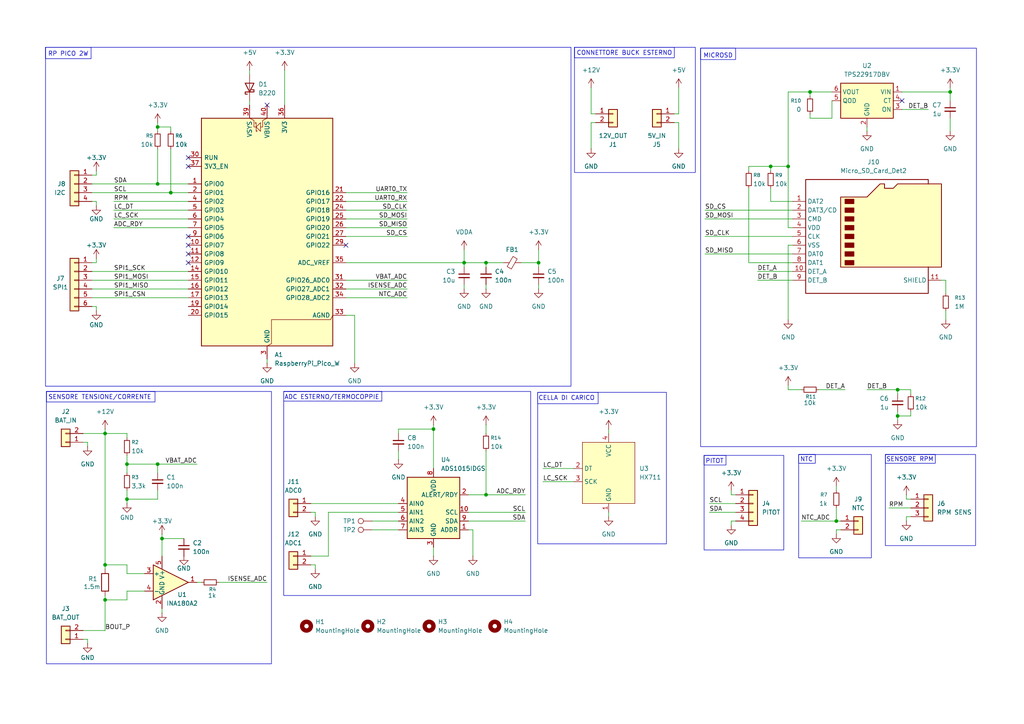
<source format=kicad_sch>
(kicad_sch
	(version 20250114)
	(generator "eeschema")
	(generator_version "9.0")
	(uuid "5176aa17-370b-4858-bdb0-5bdf42453f05")
	(paper "A4")
	
	(rectangle
		(start 256.794 131.826)
		(end 271.272 134.366)
		(stroke
			(width 0)
			(type default)
		)
		(fill
			(type none)
		)
		(uuid 1400743b-20a9-44f7-9f2a-56c952af7f80)
	)
	(rectangle
		(start 204.216 132.08)
		(end 227.33 159.512)
		(stroke
			(width 0)
			(type default)
		)
		(fill
			(type none)
		)
		(uuid 15c5fa0f-9331-4397-a6cd-8d379b2674d3)
	)
	(rectangle
		(start 204.216 132.08)
		(end 210.566 134.874)
		(stroke
			(width 0)
			(type default)
		)
		(fill
			(type none)
		)
		(uuid 1b9bf856-2e9c-49df-a064-9f02d5b94b45)
	)
	(rectangle
		(start 256.794 131.826)
		(end 282.956 158.242)
		(stroke
			(width 0)
			(type default)
		)
		(fill
			(type none)
		)
		(uuid 29ce9d15-c786-4d49-8d72-97e313a402bb)
	)
	(rectangle
		(start 231.648 131.826)
		(end 236.474 134.366)
		(stroke
			(width 0)
			(type default)
		)
		(fill
			(type none)
		)
		(uuid 4f60ff85-ad98-473d-afac-95b178504998)
	)
	(rectangle
		(start 203.2 13.97)
		(end 283.21 129.54)
		(stroke
			(width 0)
			(type default)
		)
		(fill
			(type none)
		)
		(uuid 7bda12f7-cd77-41da-b20f-16e498f26e07)
	)
	(rectangle
		(start 155.956 113.792)
		(end 193.294 157.734)
		(stroke
			(width 0)
			(type default)
		)
		(fill
			(type none)
		)
		(uuid 801831a3-d567-4562-9d89-c708bede3c1c)
	)
	(rectangle
		(start 13.208 13.716)
		(end 26.416 17.018)
		(stroke
			(width 0)
			(type default)
		)
		(fill
			(type none)
		)
		(uuid bab73a0f-920e-457c-af7f-da87c333c791)
	)
	(rectangle
		(start 13.208 13.716)
		(end 165.608 112.014)
		(stroke
			(width 0)
			(type default)
		)
		(fill
			(type none)
		)
		(uuid bd6ef300-46f8-4441-89ae-ca5d81852f8d)
	)
	(rectangle
		(start 231.648 131.826)
		(end 252.73 161.798)
		(stroke
			(width 0)
			(type default)
		)
		(fill
			(type none)
		)
		(uuid d476caf8-beac-4d6e-8f56-a81951145df2)
	)
	(rectangle
		(start 82.296 113.538)
		(end 110.744 116.332)
		(stroke
			(width 0)
			(type default)
		)
		(fill
			(type none)
		)
		(uuid d63add32-60ab-414e-ac23-1cdc9f34eb41)
	)
	(rectangle
		(start 13.462 113.538)
		(end 78.74 192.532)
		(stroke
			(width 0)
			(type default)
		)
		(fill
			(type none)
		)
		(uuid d93426e6-7355-4c1f-9004-efbb90552cfe)
	)
	(rectangle
		(start 166.624 13.716)
		(end 195.58 16.764)
		(stroke
			(width 0)
			(type default)
		)
		(fill
			(type none)
		)
		(uuid db871420-8fc0-46c9-8863-c09cd6b0f91f)
	)
	(rectangle
		(start 166.624 13.716)
		(end 201.676 50.038)
		(stroke
			(width 0)
			(type default)
		)
		(fill
			(type none)
		)
		(uuid dd6b6264-cd82-4f52-b979-60bd7701dafd)
	)
	(rectangle
		(start 203.2 13.97)
		(end 213.36 17.272)
		(stroke
			(width 0)
			(type default)
		)
		(fill
			(type none)
		)
		(uuid fa24e1b5-5ef2-4b90-92b8-ed518fa3062b)
	)
	(rectangle
		(start 13.462 113.538)
		(end 44.958 116.586)
		(stroke
			(width 0)
			(type default)
		)
		(fill
			(type none)
		)
		(uuid fb50dda4-67cf-4e07-8b90-eed0a73b9ab7)
	)
	(rectangle
		(start 82.296 113.538)
		(end 153.924 172.72)
		(stroke
			(width 0)
			(type default)
		)
		(fill
			(type none)
		)
		(uuid fbcaa5f5-7d9c-4bf4-b542-1201fd9bafa9)
	)
	(rectangle
		(start 155.956 113.792)
		(end 173.482 117.094)
		(stroke
			(width 0)
			(type default)
		)
		(fill
			(type none)
		)
		(uuid fe8920c0-a2dc-43a9-a0df-88a6da062755)
	)
	(text "CELLA DI CARICO"
		(exclude_from_sim no)
		(at 164.338 115.57 0)
		(effects
			(font
				(size 1.27 1.27)
			)
		)
		(uuid "0ecaf663-e273-4baa-b63b-db241bc6809b")
	)
	(text "SENSORE TENSIONE/CORRENTE"
		(exclude_from_sim no)
		(at 28.956 115.316 0)
		(effects
			(font
				(size 1.27 1.27)
			)
		)
		(uuid "2905a890-300d-4160-a6f8-bc86f8638ca3")
	)
	(text "SENSORE RPM"
		(exclude_from_sim no)
		(at 263.906 133.35 0)
		(effects
			(font
				(size 1.27 1.27)
			)
		)
		(uuid "6283e0e1-ddf3-4ff4-b3fd-a3bdf8b6ea59")
	)
	(text "ADC ESTERNO/TERMOCOPPIE"
		(exclude_from_sim no)
		(at 96.266 115.316 0)
		(effects
			(font
				(size 1.27 1.27)
			)
		)
		(uuid "6b854634-51ef-4da1-8a49-a37d22a26994")
	)
	(text "NTC"
		(exclude_from_sim no)
		(at 233.934 133.35 0)
		(effects
			(font
				(size 1.27 1.27)
			)
		)
		(uuid "779417cc-0a2d-4fbd-a449-88940e594cba")
	)
	(text "RP PICO 2W"
		(exclude_from_sim no)
		(at 19.812 15.748 0)
		(effects
			(font
				(size 1.27 1.27)
			)
		)
		(uuid "ae2dec01-db8f-4a9e-99ce-5c8a5b982c87")
	)
	(text "CONNETTORE BUCK ESTERNO"
		(exclude_from_sim no)
		(at 181.102 15.494 0)
		(effects
			(font
				(size 1.27 1.27)
			)
		)
		(uuid "af693214-246b-4ad9-8e52-1c92de4f5d06")
	)
	(text "PITOT"
		(exclude_from_sim no)
		(at 207.264 133.858 0)
		(effects
			(font
				(size 1.27 1.27)
			)
		)
		(uuid "b5a22482-eb7e-41cf-9b18-9caf40ac8987")
	)
	(text "MICROSD"
		(exclude_from_sim no)
		(at 208.28 16.256 0)
		(effects
			(font
				(size 1.27 1.27)
			)
		)
		(uuid "d43866e6-dfea-4c6f-b748-56f3e3e5f011")
	)
	(junction
		(at 45.72 36.83)
		(diameter 0)
		(color 0 0 0 0)
		(uuid "042b12eb-4472-44da-bd3a-4f8408654ba7")
	)
	(junction
		(at 260.35 120.65)
		(diameter 0)
		(color 0 0 0 0)
		(uuid "1cc5b779-c2cb-42f2-a3e5-cb2a599be733")
	)
	(junction
		(at 140.97 76.2)
		(diameter 0)
		(color 0 0 0 0)
		(uuid "2a46f752-b279-4f04-b465-7d11d7d74d6b")
	)
	(junction
		(at 134.62 76.2)
		(diameter 0)
		(color 0 0 0 0)
		(uuid "35538856-1a8b-40d6-baa3-6bf051d6dda9")
	)
	(junction
		(at 49.53 55.88)
		(diameter 0)
		(color 0 0 0 0)
		(uuid "36bb3ae0-2ea1-49c3-8fc9-5484e0eb1d6d")
	)
	(junction
		(at 36.83 144.78)
		(diameter 0)
		(color 0 0 0 0)
		(uuid "4529ae7a-a0eb-4193-8d4c-48fc24f38636")
	)
	(junction
		(at 36.83 134.62)
		(diameter 0)
		(color 0 0 0 0)
		(uuid "55e7e119-4557-4efa-9d4e-d62ea7087bf7")
	)
	(junction
		(at 125.73 124.46)
		(diameter 0)
		(color 0 0 0 0)
		(uuid "59c5c46b-203f-4bb0-9233-867be5798a6e")
	)
	(junction
		(at 228.6 48.26)
		(diameter 0)
		(color 0 0 0 0)
		(uuid "638a8dbd-e074-4b8b-a2c7-4414c8948738")
	)
	(junction
		(at 140.97 143.51)
		(diameter 0)
		(color 0 0 0 0)
		(uuid "90e70b5c-22d6-4497-b1ea-0e9731ac0302")
	)
	(junction
		(at 275.59 26.67)
		(diameter 0)
		(color 0 0 0 0)
		(uuid "a2a179ee-7aed-4270-b84c-eb290ef13070")
	)
	(junction
		(at 30.48 163.83)
		(diameter 0)
		(color 0 0 0 0)
		(uuid "b0a93d29-1839-466b-baca-01ac2402f01c")
	)
	(junction
		(at 156.21 76.2)
		(diameter 0)
		(color 0 0 0 0)
		(uuid "b8581979-73f8-4705-8c09-ec86a8e17b37")
	)
	(junction
		(at 46.99 156.21)
		(diameter 0)
		(color 0 0 0 0)
		(uuid "ba3e7d7a-5743-460d-a4fa-8ca64b33ad7b")
	)
	(junction
		(at 30.48 173.99)
		(diameter 0)
		(color 0 0 0 0)
		(uuid "c0e6f4c2-3e6e-4122-aca3-66e329bec4f9")
	)
	(junction
		(at 242.57 151.13)
		(diameter 0)
		(color 0 0 0 0)
		(uuid "ce93a4eb-696e-417d-90cd-54c851a590a7")
	)
	(junction
		(at 260.35 113.03)
		(diameter 0)
		(color 0 0 0 0)
		(uuid "da467bcf-d9cf-4e23-92cc-1f2ff3aaaa43")
	)
	(junction
		(at 30.48 125.73)
		(diameter 0)
		(color 0 0 0 0)
		(uuid "ed7a86b9-9467-4b0b-8af6-45dcd50e050d")
	)
	(junction
		(at 234.95 26.67)
		(diameter 0)
		(color 0 0 0 0)
		(uuid "ed84ce5e-56a1-43aa-99c7-30812c78c31b")
	)
	(junction
		(at 45.72 134.62)
		(diameter 0)
		(color 0 0 0 0)
		(uuid "f62e702e-ae1e-4fdf-9b10-17b8c2feca45")
	)
	(junction
		(at 45.72 53.34)
		(diameter 0)
		(color 0 0 0 0)
		(uuid "f7d27787-bc66-40ec-aead-dcff36d59e51")
	)
	(junction
		(at 223.52 48.26)
		(diameter 0)
		(color 0 0 0 0)
		(uuid "fceee224-9830-4df5-ae51-361af6c8d809")
	)
	(no_connect
		(at 54.61 76.2)
		(uuid "03fdeb84-c70c-410a-b477-2d13a7b33dbd")
	)
	(no_connect
		(at 100.33 71.12)
		(uuid "1147be37-a701-4bf8-af34-fdd9a0e8e07a")
	)
	(no_connect
		(at 54.61 48.26)
		(uuid "26315cea-450b-4e5e-b07f-6f5efaa107a2")
	)
	(no_connect
		(at 54.61 45.72)
		(uuid "5d79e22d-a071-4e31-84a1-4c011159c4bd")
	)
	(no_connect
		(at 54.61 73.66)
		(uuid "742d7e23-7420-4152-b828-a708d39be263")
	)
	(no_connect
		(at 261.62 29.21)
		(uuid "9dad5874-a31d-4142-8122-a29f6ec282cf")
	)
	(no_connect
		(at 77.47 30.48)
		(uuid "a1665a8f-09eb-4e9a-999d-a695ed8f56fa")
	)
	(no_connect
		(at 54.61 68.58)
		(uuid "b2031b35-c091-4634-b847-80957ab6e729")
	)
	(no_connect
		(at 54.61 71.12)
		(uuid "f7f14dce-d122-4003-b8fd-cb5f19ccdaad")
	)
	(wire
		(pts
			(xy 135.89 151.13) (xy 152.4 151.13)
		)
		(stroke
			(width 0)
			(type default)
		)
		(uuid "0005a815-fc4f-4615-b041-2d611e1f0653")
	)
	(wire
		(pts
			(xy 90.17 146.05) (xy 115.57 146.05)
		)
		(stroke
			(width 0)
			(type default)
		)
		(uuid "049180c5-55d1-48de-a4c3-7ac168c9674c")
	)
	(wire
		(pts
			(xy 100.33 81.28) (xy 118.11 81.28)
		)
		(stroke
			(width 0)
			(type default)
		)
		(uuid "059f96ef-0235-454d-906f-8ebdd306a5af")
	)
	(wire
		(pts
			(xy 140.97 130.81) (xy 140.97 143.51)
		)
		(stroke
			(width 0)
			(type default)
		)
		(uuid "071294c2-3c2f-45d1-b362-49fbaaf88da4")
	)
	(wire
		(pts
			(xy 171.45 33.02) (xy 172.72 33.02)
		)
		(stroke
			(width 0)
			(type default)
		)
		(uuid "0725bc5d-b9bf-4a4d-9ab1-a0cf8b90b01b")
	)
	(wire
		(pts
			(xy 232.41 151.13) (xy 242.57 151.13)
		)
		(stroke
			(width 0)
			(type default)
		)
		(uuid "0807d4b9-4ba2-46a5-aabb-22ab88baddbe")
	)
	(wire
		(pts
			(xy 223.52 48.26) (xy 228.6 48.26)
		)
		(stroke
			(width 0)
			(type default)
		)
		(uuid "085a3057-0fed-4055-9c71-2741251e48db")
	)
	(wire
		(pts
			(xy 156.21 72.39) (xy 156.21 76.2)
		)
		(stroke
			(width 0)
			(type default)
		)
		(uuid "08dd2847-db27-48a7-a8f1-a4bbb885502d")
	)
	(wire
		(pts
			(xy 100.33 63.5) (xy 118.11 63.5)
		)
		(stroke
			(width 0)
			(type default)
		)
		(uuid "0aaac081-fd61-406e-ac33-7b672e904803")
	)
	(wire
		(pts
			(xy 275.59 26.67) (xy 275.59 29.21)
		)
		(stroke
			(width 0)
			(type default)
		)
		(uuid "0b3ed543-206d-4639-ab9b-87bba91810ba")
	)
	(wire
		(pts
			(xy 125.73 124.46) (xy 125.73 135.89)
		)
		(stroke
			(width 0)
			(type default)
		)
		(uuid "0c5ac5c3-a964-477e-8e52-620a4f119256")
	)
	(wire
		(pts
			(xy 134.62 72.39) (xy 134.62 76.2)
		)
		(stroke
			(width 0)
			(type default)
		)
		(uuid "0d093a0c-5c2a-4185-a351-216aae6bcd40")
	)
	(wire
		(pts
			(xy 264.16 149.86) (xy 262.89 149.86)
		)
		(stroke
			(width 0)
			(type default)
		)
		(uuid "0e1b31d9-1070-4007-88da-546176bc517b")
	)
	(wire
		(pts
			(xy 196.85 35.56) (xy 196.85 43.18)
		)
		(stroke
			(width 0)
			(type default)
		)
		(uuid "10650455-1a1c-4620-9798-6f4715d20282")
	)
	(wire
		(pts
			(xy 95.25 161.29) (xy 95.25 148.59)
		)
		(stroke
			(width 0)
			(type default)
		)
		(uuid "11ae452f-97cd-4d5d-b8cd-884534104e20")
	)
	(wire
		(pts
			(xy 223.52 58.42) (xy 229.87 58.42)
		)
		(stroke
			(width 0)
			(type default)
		)
		(uuid "1407bfce-b32d-4949-b5c3-050b592fe8d6")
	)
	(wire
		(pts
			(xy 219.71 81.28) (xy 229.87 81.28)
		)
		(stroke
			(width 0)
			(type default)
		)
		(uuid "143bed7b-a03d-41df-9bdd-f7dda5f18fa0")
	)
	(wire
		(pts
			(xy 36.83 171.45) (xy 41.91 171.45)
		)
		(stroke
			(width 0)
			(type default)
		)
		(uuid "1576c0ba-5e44-4582-9032-6752b85b0808")
	)
	(wire
		(pts
			(xy 36.83 125.73) (xy 30.48 125.73)
		)
		(stroke
			(width 0)
			(type default)
		)
		(uuid "18ccd29d-4951-486f-b6ef-8bbd17b3c702")
	)
	(wire
		(pts
			(xy 213.36 143.51) (xy 212.09 143.51)
		)
		(stroke
			(width 0)
			(type default)
		)
		(uuid "1d130f2b-f0a8-4cb3-965a-30f6b1dfc407")
	)
	(wire
		(pts
			(xy 204.47 68.58) (xy 229.87 68.58)
		)
		(stroke
			(width 0)
			(type default)
		)
		(uuid "1d773c9a-b2e0-4ca4-a445-a5820e765f55")
	)
	(wire
		(pts
			(xy 156.21 76.2) (xy 156.21 77.47)
		)
		(stroke
			(width 0)
			(type default)
		)
		(uuid "1f38f24d-6585-4883-ae04-674febd9def7")
	)
	(wire
		(pts
			(xy 223.52 49.53) (xy 223.52 48.26)
		)
		(stroke
			(width 0)
			(type default)
		)
		(uuid "2482271d-873b-469c-87d8-b69444735415")
	)
	(wire
		(pts
			(xy 25.4 128.27) (xy 24.13 128.27)
		)
		(stroke
			(width 0)
			(type default)
		)
		(uuid "267df88c-b227-470a-9b1e-ad37daaeee24")
	)
	(wire
		(pts
			(xy 26.67 53.34) (xy 45.72 53.34)
		)
		(stroke
			(width 0)
			(type default)
		)
		(uuid "296576d0-bdf6-4b7b-9be0-20eb1371ef76")
	)
	(wire
		(pts
			(xy 137.16 153.67) (xy 135.89 153.67)
		)
		(stroke
			(width 0)
			(type default)
		)
		(uuid "2979e8ef-af10-4719-a946-c679973e0780")
	)
	(wire
		(pts
			(xy 45.72 43.18) (xy 45.72 53.34)
		)
		(stroke
			(width 0)
			(type default)
		)
		(uuid "2bbbc5f7-bebe-43ef-b244-7deadd501f69")
	)
	(wire
		(pts
			(xy 171.45 35.56) (xy 172.72 35.56)
		)
		(stroke
			(width 0)
			(type default)
		)
		(uuid "2c803145-1f88-4311-a4a6-6cb894f1e17c")
	)
	(wire
		(pts
			(xy 36.83 134.62) (xy 36.83 137.16)
		)
		(stroke
			(width 0)
			(type default)
		)
		(uuid "2e966ea7-9851-4ad5-8335-11154e4189ad")
	)
	(wire
		(pts
			(xy 100.33 55.88) (xy 118.11 55.88)
		)
		(stroke
			(width 0)
			(type default)
		)
		(uuid "315d4cfa-a9c1-4bff-9fec-4d8305c6422e")
	)
	(wire
		(pts
			(xy 135.89 148.59) (xy 152.4 148.59)
		)
		(stroke
			(width 0)
			(type default)
		)
		(uuid "322e808a-a4d3-46cf-9ab5-b7f0263a1524")
	)
	(wire
		(pts
			(xy 217.17 48.26) (xy 217.17 49.53)
		)
		(stroke
			(width 0)
			(type default)
		)
		(uuid "36210625-16f7-4f89-9348-3d974e1e47fb")
	)
	(wire
		(pts
			(xy 45.72 36.83) (xy 45.72 38.1)
		)
		(stroke
			(width 0)
			(type default)
		)
		(uuid "365b9912-8496-4455-8df0-3ccc450d9a1a")
	)
	(wire
		(pts
			(xy 135.89 143.51) (xy 140.97 143.51)
		)
		(stroke
			(width 0)
			(type default)
		)
		(uuid "39ca5b5e-620a-4967-bc5d-38dd8bc01cf7")
	)
	(wire
		(pts
			(xy 228.6 71.12) (xy 229.87 71.12)
		)
		(stroke
			(width 0)
			(type default)
		)
		(uuid "39f05fe4-7df6-4ce0-b223-f029c0f021d6")
	)
	(wire
		(pts
			(xy 100.33 83.82) (xy 118.11 83.82)
		)
		(stroke
			(width 0)
			(type default)
		)
		(uuid "3a014c5a-edb8-4b92-9d1a-b1ca800ef86f")
	)
	(wire
		(pts
			(xy 264.16 113.03) (xy 264.16 114.3)
		)
		(stroke
			(width 0)
			(type default)
		)
		(uuid "3ad7fce5-b4c0-4684-a2f1-9e5eea905b87")
	)
	(wire
		(pts
			(xy 228.6 113.03) (xy 228.6 111.76)
		)
		(stroke
			(width 0)
			(type default)
		)
		(uuid "3bf36a59-78be-4a92-8104-4389081f0f3d")
	)
	(wire
		(pts
			(xy 27.94 58.42) (xy 26.67 58.42)
		)
		(stroke
			(width 0)
			(type default)
		)
		(uuid "3ec3e2cd-9f7c-406f-b881-860bc969cadc")
	)
	(wire
		(pts
			(xy 262.89 149.86) (xy 262.89 151.13)
		)
		(stroke
			(width 0)
			(type default)
		)
		(uuid "3eca8a57-6e51-4773-9503-45f01e5cade8")
	)
	(wire
		(pts
			(xy 260.35 113.03) (xy 260.35 114.3)
		)
		(stroke
			(width 0)
			(type default)
		)
		(uuid "40d52b56-fa28-4bc7-8a86-6d0d70618f4c")
	)
	(wire
		(pts
			(xy 72.39 29.21) (xy 72.39 30.48)
		)
		(stroke
			(width 0)
			(type default)
		)
		(uuid "416eb6d8-1145-4bc9-b12b-89f2fd78fc2e")
	)
	(wire
		(pts
			(xy 264.16 120.65) (xy 260.35 120.65)
		)
		(stroke
			(width 0)
			(type default)
		)
		(uuid "422f14a3-10cf-4353-9743-638978aa4522")
	)
	(wire
		(pts
			(xy 241.3 29.21) (xy 241.3 34.29)
		)
		(stroke
			(width 0)
			(type default)
		)
		(uuid "42f9926e-98e2-4980-876c-c2aecf68462c")
	)
	(wire
		(pts
			(xy 27.94 76.2) (xy 27.94 74.93)
		)
		(stroke
			(width 0)
			(type default)
		)
		(uuid "443e9115-de94-4579-9a02-d8d718f83321")
	)
	(wire
		(pts
			(xy 269.24 31.75) (xy 261.62 31.75)
		)
		(stroke
			(width 0)
			(type default)
		)
		(uuid "4597c055-1572-4dee-b06f-ea20dfee2946")
	)
	(wire
		(pts
			(xy 264.16 144.78) (xy 262.89 144.78)
		)
		(stroke
			(width 0)
			(type default)
		)
		(uuid "4704bb54-db47-4201-9670-8fe478674904")
	)
	(wire
		(pts
			(xy 264.16 119.38) (xy 264.16 120.65)
		)
		(stroke
			(width 0)
			(type default)
		)
		(uuid "4815cd82-9922-49c2-bca2-7781555337f5")
	)
	(wire
		(pts
			(xy 176.53 124.46) (xy 176.53 125.73)
		)
		(stroke
			(width 0)
			(type default)
		)
		(uuid "4829ba46-28b2-4bd4-841f-e66357741e77")
	)
	(wire
		(pts
			(xy 274.32 81.28) (xy 273.05 81.28)
		)
		(stroke
			(width 0)
			(type default)
		)
		(uuid "4b201891-e6c6-425c-ac39-a2b8c3fc1430")
	)
	(wire
		(pts
			(xy 228.6 92.71) (xy 228.6 71.12)
		)
		(stroke
			(width 0)
			(type default)
		)
		(uuid "4b226945-66fc-4689-a4cc-cf930d6c6b7b")
	)
	(wire
		(pts
			(xy 275.59 34.29) (xy 275.59 38.1)
		)
		(stroke
			(width 0)
			(type default)
		)
		(uuid "4c9e10ef-dc5d-4d59-95ce-21817f26a638")
	)
	(wire
		(pts
			(xy 157.48 139.7) (xy 166.37 139.7)
		)
		(stroke
			(width 0)
			(type default)
		)
		(uuid "4f129053-8f89-4773-ac8f-94ad0a317692")
	)
	(wire
		(pts
			(xy 243.84 153.67) (xy 242.57 153.67)
		)
		(stroke
			(width 0)
			(type default)
		)
		(uuid "5031d197-fa5c-4391-88cd-546c4bf03595")
	)
	(wire
		(pts
			(xy 260.35 120.65) (xy 260.35 121.92)
		)
		(stroke
			(width 0)
			(type default)
		)
		(uuid "51f715df-42ae-4bfb-9301-c75b52e00436")
	)
	(wire
		(pts
			(xy 134.62 76.2) (xy 134.62 77.47)
		)
		(stroke
			(width 0)
			(type default)
		)
		(uuid "541a3ad2-f063-451f-afb6-262eb79debd2")
	)
	(wire
		(pts
			(xy 234.95 26.67) (xy 234.95 27.94)
		)
		(stroke
			(width 0)
			(type default)
		)
		(uuid "56835b1a-c1f7-4304-9a40-726d10dfdec7")
	)
	(wire
		(pts
			(xy 212.09 143.51) (xy 212.09 142.24)
		)
		(stroke
			(width 0)
			(type default)
		)
		(uuid "5832458f-4a0b-4711-bfc1-59831ed5d7e4")
	)
	(wire
		(pts
			(xy 100.33 76.2) (xy 134.62 76.2)
		)
		(stroke
			(width 0)
			(type default)
		)
		(uuid "58785a3b-4b7a-46f1-bbca-885e53b9ce23")
	)
	(wire
		(pts
			(xy 134.62 82.55) (xy 134.62 83.82)
		)
		(stroke
			(width 0)
			(type default)
		)
		(uuid "5c3c6def-615f-4d0d-9066-73eef4c03fd4")
	)
	(wire
		(pts
			(xy 26.67 86.36) (xy 54.61 86.36)
		)
		(stroke
			(width 0)
			(type default)
		)
		(uuid "5d797e71-e8cb-49ce-8dcd-e0069125f459")
	)
	(wire
		(pts
			(xy 45.72 53.34) (xy 54.61 53.34)
		)
		(stroke
			(width 0)
			(type default)
		)
		(uuid "5e151af8-0836-4f20-8786-6a51d3f3aa33")
	)
	(wire
		(pts
			(xy 140.97 82.55) (xy 140.97 83.82)
		)
		(stroke
			(width 0)
			(type default)
		)
		(uuid "6243cb7c-b905-440d-b323-a2ead4704c4c")
	)
	(wire
		(pts
			(xy 234.95 33.02) (xy 234.95 34.29)
		)
		(stroke
			(width 0)
			(type default)
		)
		(uuid "6259eb8d-6050-428c-8f95-f8dc33a82864")
	)
	(wire
		(pts
			(xy 26.67 50.8) (xy 27.94 50.8)
		)
		(stroke
			(width 0)
			(type default)
		)
		(uuid "6276661e-2cd1-4f9c-833b-f914e7c6fa2a")
	)
	(wire
		(pts
			(xy 45.72 144.78) (xy 36.83 144.78)
		)
		(stroke
			(width 0)
			(type default)
		)
		(uuid "634359bb-1d2f-425f-85f1-1809e09dc08f")
	)
	(wire
		(pts
			(xy 36.83 166.37) (xy 41.91 166.37)
		)
		(stroke
			(width 0)
			(type default)
		)
		(uuid "63b430df-601c-432a-acf8-7d5e50bdb93c")
	)
	(wire
		(pts
			(xy 140.97 76.2) (xy 146.05 76.2)
		)
		(stroke
			(width 0)
			(type default)
		)
		(uuid "64054261-755d-4c20-be9f-e2e675904ca9")
	)
	(wire
		(pts
			(xy 27.94 59.69) (xy 27.94 58.42)
		)
		(stroke
			(width 0)
			(type default)
		)
		(uuid "6681a4a7-ef0c-4866-bb2f-e7c90bdfab9a")
	)
	(wire
		(pts
			(xy 33.02 58.42) (xy 54.61 58.42)
		)
		(stroke
			(width 0)
			(type default)
		)
		(uuid "692f1690-1c68-466a-aa1c-9f8177b2dbbd")
	)
	(wire
		(pts
			(xy 30.48 173.99) (xy 36.83 173.99)
		)
		(stroke
			(width 0)
			(type default)
		)
		(uuid "6ae10dc0-58e2-4532-89f9-604e308dbbec")
	)
	(wire
		(pts
			(xy 140.97 143.51) (xy 152.4 143.51)
		)
		(stroke
			(width 0)
			(type default)
		)
		(uuid "6c192863-9fc5-4bf7-b194-28e7a4f1cd9a")
	)
	(wire
		(pts
			(xy 30.48 125.73) (xy 30.48 163.83)
		)
		(stroke
			(width 0)
			(type default)
		)
		(uuid "6c6b005f-1f09-4749-8387-f95f009a974d")
	)
	(wire
		(pts
			(xy 57.15 134.62) (xy 45.72 134.62)
		)
		(stroke
			(width 0)
			(type default)
		)
		(uuid "6cd87805-b76c-41cf-acc7-44f57c6dd20f")
	)
	(wire
		(pts
			(xy 140.97 76.2) (xy 140.97 77.47)
		)
		(stroke
			(width 0)
			(type default)
		)
		(uuid "6dc50f7e-195d-423a-aa3a-45c0cda61b43")
	)
	(wire
		(pts
			(xy 100.33 66.04) (xy 118.11 66.04)
		)
		(stroke
			(width 0)
			(type default)
		)
		(uuid "6ddd8cc3-0d94-491f-b860-aeec5fc2cf50")
	)
	(wire
		(pts
			(xy 157.48 135.89) (xy 166.37 135.89)
		)
		(stroke
			(width 0)
			(type default)
		)
		(uuid "71224e91-d013-408c-a9af-3cf16955a3fc")
	)
	(wire
		(pts
			(xy 217.17 76.2) (xy 229.87 76.2)
		)
		(stroke
			(width 0)
			(type default)
		)
		(uuid "7265f737-a4af-4d43-9be6-d4f0cd56197c")
	)
	(wire
		(pts
			(xy 242.57 140.97) (xy 242.57 142.24)
		)
		(stroke
			(width 0)
			(type default)
		)
		(uuid "72e70985-c98b-49db-aa0b-63a7eee03355")
	)
	(wire
		(pts
			(xy 140.97 123.19) (xy 140.97 125.73)
		)
		(stroke
			(width 0)
			(type default)
		)
		(uuid "74aebfb3-7ac8-4c9c-b7ea-26289f3d19d1")
	)
	(wire
		(pts
			(xy 100.33 68.58) (xy 118.11 68.58)
		)
		(stroke
			(width 0)
			(type default)
		)
		(uuid "783d7b52-b496-4816-88b0-039ef99974a2")
	)
	(wire
		(pts
			(xy 46.99 154.94) (xy 46.99 156.21)
		)
		(stroke
			(width 0)
			(type default)
		)
		(uuid "79677919-8d78-4f6c-86df-564642e8538c")
	)
	(wire
		(pts
			(xy 217.17 48.26) (xy 223.52 48.26)
		)
		(stroke
			(width 0)
			(type default)
		)
		(uuid "7b9aa72e-5872-4892-b0c4-80b7163a3691")
	)
	(wire
		(pts
			(xy 228.6 48.26) (xy 228.6 66.04)
		)
		(stroke
			(width 0)
			(type default)
		)
		(uuid "808734b9-6072-4042-8a24-a3e69a3dfed3")
	)
	(wire
		(pts
			(xy 27.94 50.8) (xy 27.94 49.53)
		)
		(stroke
			(width 0)
			(type default)
		)
		(uuid "8463e844-de7f-413b-8909-4c6fb1556cbe")
	)
	(wire
		(pts
			(xy 45.72 137.16) (xy 45.72 134.62)
		)
		(stroke
			(width 0)
			(type default)
		)
		(uuid "84db6055-4196-46ab-b402-e718b952a841")
	)
	(wire
		(pts
			(xy 100.33 60.96) (xy 118.11 60.96)
		)
		(stroke
			(width 0)
			(type default)
		)
		(uuid "856c7c87-d075-41e5-b18c-340ef27b8ab0")
	)
	(wire
		(pts
			(xy 27.94 88.9) (xy 26.67 88.9)
		)
		(stroke
			(width 0)
			(type default)
		)
		(uuid "8681ad3d-2f0b-43a3-ae9d-6188595708b4")
	)
	(wire
		(pts
			(xy 243.84 151.13) (xy 242.57 151.13)
		)
		(stroke
			(width 0)
			(type default)
		)
		(uuid "889834c5-f759-471a-a357-b32a6fb257d9")
	)
	(wire
		(pts
			(xy 274.32 85.09) (xy 274.32 81.28)
		)
		(stroke
			(width 0)
			(type default)
		)
		(uuid "8c697389-f265-4178-b1c5-11241c4e94b7")
	)
	(wire
		(pts
			(xy 115.57 124.46) (xy 115.57 125.73)
		)
		(stroke
			(width 0)
			(type default)
		)
		(uuid "901bea9a-722a-4c59-9fa9-a8b07d88301f")
	)
	(wire
		(pts
			(xy 57.15 168.91) (xy 58.42 168.91)
		)
		(stroke
			(width 0)
			(type default)
		)
		(uuid "90a92d2b-af55-4913-998a-fdda43fab8b0")
	)
	(wire
		(pts
			(xy 156.21 82.55) (xy 156.21 83.82)
		)
		(stroke
			(width 0)
			(type default)
		)
		(uuid "90f18240-3a29-4178-9beb-1236213a5abb")
	)
	(wire
		(pts
			(xy 25.4 128.27) (xy 25.4 129.54)
		)
		(stroke
			(width 0)
			(type default)
		)
		(uuid "913c4ccb-04fc-4df9-9951-cc808877253c")
	)
	(wire
		(pts
			(xy 219.71 78.74) (xy 229.87 78.74)
		)
		(stroke
			(width 0)
			(type default)
		)
		(uuid "92d0bd6e-448b-446d-b7b7-090b191b14b6")
	)
	(wire
		(pts
			(xy 82.55 20.32) (xy 82.55 30.48)
		)
		(stroke
			(width 0)
			(type default)
		)
		(uuid "987f0d04-723e-44e8-9295-500e866eee12")
	)
	(wire
		(pts
			(xy 115.57 130.81) (xy 115.57 133.35)
		)
		(stroke
			(width 0)
			(type default)
		)
		(uuid "9b3b51a0-e50b-4bdd-9216-9bd8fd3a4147")
	)
	(wire
		(pts
			(xy 26.67 76.2) (xy 27.94 76.2)
		)
		(stroke
			(width 0)
			(type default)
		)
		(uuid "9b6ce5c8-ea1c-491f-b2f3-7c961d777d0d")
	)
	(wire
		(pts
			(xy 30.48 182.88) (xy 30.48 173.99)
		)
		(stroke
			(width 0)
			(type default)
		)
		(uuid "9cc94205-61d2-4ef6-b9ac-57c19c9d7d6d")
	)
	(wire
		(pts
			(xy 125.73 123.19) (xy 125.73 124.46)
		)
		(stroke
			(width 0)
			(type default)
		)
		(uuid "9d3634ba-007c-42b1-b385-9f8d6e601085")
	)
	(wire
		(pts
			(xy 242.57 153.67) (xy 242.57 154.94)
		)
		(stroke
			(width 0)
			(type default)
		)
		(uuid "9d905ef1-55c2-41db-9293-d74d13b17c67")
	)
	(wire
		(pts
			(xy 251.46 113.03) (xy 260.35 113.03)
		)
		(stroke
			(width 0)
			(type default)
		)
		(uuid "9f62e725-8b0a-4c45-9972-78d5b487feeb")
	)
	(wire
		(pts
			(xy 46.99 176.53) (xy 46.99 177.8)
		)
		(stroke
			(width 0)
			(type default)
		)
		(uuid "a051e077-7dff-4664-9adb-10d6db125909")
	)
	(wire
		(pts
			(xy 91.44 149.86) (xy 91.44 148.59)
		)
		(stroke
			(width 0)
			(type default)
		)
		(uuid "a27100f9-69f8-40a0-8be4-2392de2bd3ee")
	)
	(wire
		(pts
			(xy 195.58 33.02) (xy 196.85 33.02)
		)
		(stroke
			(width 0)
			(type default)
		)
		(uuid "a482c5f8-7f21-4c67-a193-230f6fe82f31")
	)
	(wire
		(pts
			(xy 24.13 185.42) (xy 25.4 185.42)
		)
		(stroke
			(width 0)
			(type default)
		)
		(uuid "a89a7a0e-2944-4d14-919a-a369a2303183")
	)
	(wire
		(pts
			(xy 91.44 148.59) (xy 90.17 148.59)
		)
		(stroke
			(width 0)
			(type default)
		)
		(uuid "a8ceee43-33a1-477f-86cb-ffc00133707a")
	)
	(wire
		(pts
			(xy 251.46 36.83) (xy 251.46 38.1)
		)
		(stroke
			(width 0)
			(type default)
		)
		(uuid "a9cb1f7a-c8a5-4d5d-bf1e-6a60368578d6")
	)
	(wire
		(pts
			(xy 151.13 76.2) (xy 156.21 76.2)
		)
		(stroke
			(width 0)
			(type default)
		)
		(uuid "aa2f53ee-0687-403b-8ae7-70ada2edd44b")
	)
	(wire
		(pts
			(xy 171.45 25.4) (xy 171.45 33.02)
		)
		(stroke
			(width 0)
			(type default)
		)
		(uuid "acef33d4-45fe-4e99-96e5-6d6f30621919")
	)
	(wire
		(pts
			(xy 33.02 66.04) (xy 54.61 66.04)
		)
		(stroke
			(width 0)
			(type default)
		)
		(uuid "ad8db3ff-14d5-4406-bd5d-5f34611f64ff")
	)
	(wire
		(pts
			(xy 237.49 113.03) (xy 245.11 113.03)
		)
		(stroke
			(width 0)
			(type default)
		)
		(uuid "aed6cf5a-ce15-47fb-81e5-53badf41581a")
	)
	(wire
		(pts
			(xy 46.99 156.21) (xy 46.99 161.29)
		)
		(stroke
			(width 0)
			(type default)
		)
		(uuid "b03989b0-b5e8-4e14-9044-ade3a4170fc1")
	)
	(wire
		(pts
			(xy 257.81 147.32) (xy 264.16 147.32)
		)
		(stroke
			(width 0)
			(type default)
		)
		(uuid "b0e33eee-63f6-4f10-887e-bc620311fbe7")
	)
	(wire
		(pts
			(xy 260.35 113.03) (xy 264.16 113.03)
		)
		(stroke
			(width 0)
			(type default)
		)
		(uuid "b14e5962-f961-4ca6-a997-4f631204846f")
	)
	(wire
		(pts
			(xy 45.72 35.56) (xy 45.72 36.83)
		)
		(stroke
			(width 0)
			(type default)
		)
		(uuid "b2e80e3f-6655-4131-97a0-8326cd33938e")
	)
	(wire
		(pts
			(xy 125.73 124.46) (xy 115.57 124.46)
		)
		(stroke
			(width 0)
			(type default)
		)
		(uuid "b4639060-af51-40c8-8f6f-d5e8ab92b114")
	)
	(wire
		(pts
			(xy 217.17 54.61) (xy 217.17 76.2)
		)
		(stroke
			(width 0)
			(type default)
		)
		(uuid "b4ed8630-db58-43dc-8e27-c3fcc6780973")
	)
	(wire
		(pts
			(xy 49.53 55.88) (xy 54.61 55.88)
		)
		(stroke
			(width 0)
			(type default)
		)
		(uuid "b6ac6cda-eb07-4441-9d43-13ef2677a79a")
	)
	(wire
		(pts
			(xy 171.45 43.18) (xy 171.45 35.56)
		)
		(stroke
			(width 0)
			(type default)
		)
		(uuid "b6d8d3a8-88ef-49bc-94f2-4499a61ae596")
	)
	(wire
		(pts
			(xy 24.13 182.88) (xy 30.48 182.88)
		)
		(stroke
			(width 0)
			(type default)
		)
		(uuid "b973407b-1b7c-4869-b879-d353aaed40d2")
	)
	(wire
		(pts
			(xy 36.83 132.08) (xy 36.83 134.62)
		)
		(stroke
			(width 0)
			(type default)
		)
		(uuid "b9fffc17-e3d0-418b-81dd-bf25a530daad")
	)
	(wire
		(pts
			(xy 91.44 165.1) (xy 91.44 163.83)
		)
		(stroke
			(width 0)
			(type default)
		)
		(uuid "bb09ce92-0bcd-4ab9-a3b2-6189c5b06086")
	)
	(wire
		(pts
			(xy 261.62 26.67) (xy 275.59 26.67)
		)
		(stroke
			(width 0)
			(type default)
		)
		(uuid "be85db0d-aff1-41d9-bd14-56ee8aaba9ef")
	)
	(wire
		(pts
			(xy 102.87 91.44) (xy 100.33 91.44)
		)
		(stroke
			(width 0)
			(type default)
		)
		(uuid "c23d60bd-9e5c-483d-9a58-0db23dfbe0e7")
	)
	(wire
		(pts
			(xy 213.36 151.13) (xy 212.09 151.13)
		)
		(stroke
			(width 0)
			(type default)
		)
		(uuid "c25eaa2b-32d7-437c-aaba-1fb54cf2e9a3")
	)
	(wire
		(pts
			(xy 72.39 20.32) (xy 72.39 21.59)
		)
		(stroke
			(width 0)
			(type default)
		)
		(uuid "c2ce1532-5ab7-4bac-8f80-1bc4fa3a4781")
	)
	(wire
		(pts
			(xy 30.48 163.83) (xy 36.83 163.83)
		)
		(stroke
			(width 0)
			(type default)
		)
		(uuid "c3447844-3da5-46b9-b5e6-0a3ba0678251")
	)
	(wire
		(pts
			(xy 204.47 73.66) (xy 229.87 73.66)
		)
		(stroke
			(width 0)
			(type default)
		)
		(uuid "c4ff7d8d-22ae-4f33-aef8-8bab11e50add")
	)
	(wire
		(pts
			(xy 102.87 105.41) (xy 102.87 91.44)
		)
		(stroke
			(width 0)
			(type default)
		)
		(uuid "c599b4a8-3fe7-4d87-9234-a6b74a0fd411")
	)
	(wire
		(pts
			(xy 36.83 125.73) (xy 36.83 127)
		)
		(stroke
			(width 0)
			(type default)
		)
		(uuid "c5d0cdef-e1ce-4ebd-886f-b8d4c8717661")
	)
	(wire
		(pts
			(xy 205.74 148.59) (xy 213.36 148.59)
		)
		(stroke
			(width 0)
			(type default)
		)
		(uuid "c5e193a7-9178-4c07-b069-268947244219")
	)
	(wire
		(pts
			(xy 90.17 161.29) (xy 95.25 161.29)
		)
		(stroke
			(width 0)
			(type default)
		)
		(uuid "c648dc89-47c5-4c3c-afa7-92b5637cf624")
	)
	(wire
		(pts
			(xy 30.48 124.46) (xy 30.48 125.73)
		)
		(stroke
			(width 0)
			(type default)
		)
		(uuid "c6b3ddb4-a39a-4dbd-84a5-62a803e0e09d")
	)
	(wire
		(pts
			(xy 275.59 26.67) (xy 275.59 25.4)
		)
		(stroke
			(width 0)
			(type default)
		)
		(uuid "c7e2c434-8889-416f-8b13-72b86db7f7de")
	)
	(wire
		(pts
			(xy 45.72 142.24) (xy 45.72 144.78)
		)
		(stroke
			(width 0)
			(type default)
		)
		(uuid "c9045970-862e-4442-9000-0784aacc433f")
	)
	(wire
		(pts
			(xy 241.3 26.67) (xy 234.95 26.67)
		)
		(stroke
			(width 0)
			(type default)
		)
		(uuid "c908a79a-ba74-44dd-9e31-46908ccdef44")
	)
	(wire
		(pts
			(xy 77.47 104.14) (xy 77.47 105.41)
		)
		(stroke
			(width 0)
			(type default)
		)
		(uuid "cbb0a42b-a03b-48bd-b998-bda84e8e3863")
	)
	(wire
		(pts
			(xy 49.53 36.83) (xy 45.72 36.83)
		)
		(stroke
			(width 0)
			(type default)
		)
		(uuid "cc3a60d3-ebf3-40f6-a493-39bf8fe367d2")
	)
	(wire
		(pts
			(xy 36.83 144.78) (xy 36.83 146.05)
		)
		(stroke
			(width 0)
			(type default)
		)
		(uuid "ccc56aff-7f9e-49c2-962b-d53f732550b8")
	)
	(wire
		(pts
			(xy 195.58 35.56) (xy 196.85 35.56)
		)
		(stroke
			(width 0)
			(type default)
		)
		(uuid "cf2a1851-8faf-4909-b684-02af10b791df")
	)
	(wire
		(pts
			(xy 49.53 43.18) (xy 49.53 55.88)
		)
		(stroke
			(width 0)
			(type default)
		)
		(uuid "cfc5635d-c1a5-450d-b361-c16b194cc9a7")
	)
	(wire
		(pts
			(xy 262.89 144.78) (xy 262.89 143.51)
		)
		(stroke
			(width 0)
			(type default)
		)
		(uuid "d00a145d-12e8-49ea-9d34-aff6124ad258")
	)
	(wire
		(pts
			(xy 234.95 34.29) (xy 241.3 34.29)
		)
		(stroke
			(width 0)
			(type default)
		)
		(uuid "d017837f-6e65-44e8-8c41-a45ce52f6b00")
	)
	(wire
		(pts
			(xy 107.95 151.13) (xy 115.57 151.13)
		)
		(stroke
			(width 0)
			(type default)
		)
		(uuid "d0579eb0-e22b-4634-b20b-c24c6e2102d9")
	)
	(wire
		(pts
			(xy 234.95 26.67) (xy 228.6 26.67)
		)
		(stroke
			(width 0)
			(type default)
		)
		(uuid "d1853612-d999-47ab-ac96-a9ad2f7568a6")
	)
	(wire
		(pts
			(xy 26.67 55.88) (xy 49.53 55.88)
		)
		(stroke
			(width 0)
			(type default)
		)
		(uuid "d261cfb0-8a49-46a1-9843-88cbd7f1d2f3")
	)
	(wire
		(pts
			(xy 26.67 83.82) (xy 54.61 83.82)
		)
		(stroke
			(width 0)
			(type default)
		)
		(uuid "d2702c27-baec-435b-97b1-dcd0dfb9fb00")
	)
	(wire
		(pts
			(xy 107.95 153.67) (xy 115.57 153.67)
		)
		(stroke
			(width 0)
			(type default)
		)
		(uuid "d51afecf-2e0e-4957-865e-a4fa3d8f3bae")
	)
	(wire
		(pts
			(xy 36.83 142.24) (xy 36.83 144.78)
		)
		(stroke
			(width 0)
			(type default)
		)
		(uuid "d5acdc0b-0164-43ab-8238-1e78254f32b3")
	)
	(wire
		(pts
			(xy 137.16 161.29) (xy 137.16 153.67)
		)
		(stroke
			(width 0)
			(type default)
		)
		(uuid "d5fc40c9-43ba-49d8-9d99-f2479890cb6a")
	)
	(wire
		(pts
			(xy 49.53 38.1) (xy 49.53 36.83)
		)
		(stroke
			(width 0)
			(type default)
		)
		(uuid "d69d7291-41a4-4352-85ef-7f635ea32eb1")
	)
	(wire
		(pts
			(xy 53.34 156.21) (xy 46.99 156.21)
		)
		(stroke
			(width 0)
			(type default)
		)
		(uuid "d96ddb70-d00f-4a0a-8abd-070c20cf24ac")
	)
	(wire
		(pts
			(xy 30.48 173.99) (xy 30.48 172.72)
		)
		(stroke
			(width 0)
			(type default)
		)
		(uuid "da806fe9-e70d-4e73-89d4-b3b23b7a5de7")
	)
	(wire
		(pts
			(xy 260.35 119.38) (xy 260.35 120.65)
		)
		(stroke
			(width 0)
			(type default)
		)
		(uuid "db5b3c66-6372-4359-8e8e-9b339ad0de4e")
	)
	(wire
		(pts
			(xy 204.47 63.5) (xy 229.87 63.5)
		)
		(stroke
			(width 0)
			(type default)
		)
		(uuid "dec25bf1-eb5e-4b06-82a1-e979cf7a37d1")
	)
	(wire
		(pts
			(xy 229.87 66.04) (xy 228.6 66.04)
		)
		(stroke
			(width 0)
			(type default)
		)
		(uuid "deeb1fa9-f5b6-4064-9070-7ad3f9cf91a8")
	)
	(wire
		(pts
			(xy 196.85 33.02) (xy 196.85 25.4)
		)
		(stroke
			(width 0)
			(type default)
		)
		(uuid "def7416c-7930-4bd5-bd2b-8b453dc646f9")
	)
	(wire
		(pts
			(xy 36.83 134.62) (xy 45.72 134.62)
		)
		(stroke
			(width 0)
			(type default)
		)
		(uuid "df671847-78d3-46a1-938b-a3565d62435b")
	)
	(wire
		(pts
			(xy 204.47 60.96) (xy 229.87 60.96)
		)
		(stroke
			(width 0)
			(type default)
		)
		(uuid "dfe75501-ecd3-488e-9ab3-7266002b9ecc")
	)
	(wire
		(pts
			(xy 232.41 113.03) (xy 228.6 113.03)
		)
		(stroke
			(width 0)
			(type default)
		)
		(uuid "e005247a-5614-4edf-9811-6cd53c39d4c4")
	)
	(wire
		(pts
			(xy 228.6 26.67) (xy 228.6 48.26)
		)
		(stroke
			(width 0)
			(type default)
		)
		(uuid "e0619765-5304-465e-b5fb-e3e68d521d6d")
	)
	(wire
		(pts
			(xy 91.44 163.83) (xy 90.17 163.83)
		)
		(stroke
			(width 0)
			(type default)
		)
		(uuid "e2034882-eaa1-4ff0-a146-ff0ece8e2a27")
	)
	(wire
		(pts
			(xy 63.5 168.91) (xy 77.47 168.91)
		)
		(stroke
			(width 0)
			(type default)
		)
		(uuid "e32fa8dd-53ac-4b0e-9fe1-7a18c9f011f5")
	)
	(wire
		(pts
			(xy 26.67 81.28) (xy 54.61 81.28)
		)
		(stroke
			(width 0)
			(type default)
		)
		(uuid "e4dd3b6a-3eb9-4b1b-bc2e-5f6471447389")
	)
	(wire
		(pts
			(xy 176.53 148.59) (xy 176.53 149.86)
		)
		(stroke
			(width 0)
			(type default)
		)
		(uuid "e5c4809b-d57f-4fd9-b932-4ddb91bdb0be")
	)
	(wire
		(pts
			(xy 27.94 90.17) (xy 27.94 88.9)
		)
		(stroke
			(width 0)
			(type default)
		)
		(uuid "e5e43909-2e6d-49a7-a562-16911d751b1b")
	)
	(wire
		(pts
			(xy 24.13 125.73) (xy 30.48 125.73)
		)
		(stroke
			(width 0)
			(type default)
		)
		(uuid "e62e118a-0f83-4557-b608-0a77aab767cf")
	)
	(wire
		(pts
			(xy 30.48 163.83) (xy 30.48 165.1)
		)
		(stroke
			(width 0)
			(type default)
		)
		(uuid "e861964d-a4a8-47b5-b235-556414876a66")
	)
	(wire
		(pts
			(xy 223.52 54.61) (xy 223.52 58.42)
		)
		(stroke
			(width 0)
			(type default)
		)
		(uuid "ea3a1825-fa9e-4097-af56-da2dfc3acb5c")
	)
	(wire
		(pts
			(xy 212.09 151.13) (xy 212.09 152.4)
		)
		(stroke
			(width 0)
			(type default)
		)
		(uuid "ea7e5d31-5586-4cae-b597-e0cad1b9f876")
	)
	(wire
		(pts
			(xy 33.02 63.5) (xy 54.61 63.5)
		)
		(stroke
			(width 0)
			(type default)
		)
		(uuid "eb7b005e-38f6-44d4-b24c-668219875787")
	)
	(wire
		(pts
			(xy 242.57 147.32) (xy 242.57 151.13)
		)
		(stroke
			(width 0)
			(type default)
		)
		(uuid "f1316121-c436-4cc2-b3e2-8fb9a87ba3f7")
	)
	(wire
		(pts
			(xy 33.02 60.96) (xy 54.61 60.96)
		)
		(stroke
			(width 0)
			(type default)
		)
		(uuid "f1eec557-465e-4c5e-8ba4-28124a57adf8")
	)
	(wire
		(pts
			(xy 25.4 185.42) (xy 25.4 186.69)
		)
		(stroke
			(width 0)
			(type default)
		)
		(uuid "f2ace16c-32f7-442d-bd32-33013a11daed")
	)
	(wire
		(pts
			(xy 36.83 163.83) (xy 36.83 166.37)
		)
		(stroke
			(width 0)
			(type default)
		)
		(uuid "f4533d2d-4c6d-49bc-a48c-498e88406882")
	)
	(wire
		(pts
			(xy 26.67 78.74) (xy 54.61 78.74)
		)
		(stroke
			(width 0)
			(type default)
		)
		(uuid "f5191417-d443-4978-a057-dbce90c2d3f8")
	)
	(wire
		(pts
			(xy 125.73 158.75) (xy 125.73 161.29)
		)
		(stroke
			(width 0)
			(type default)
		)
		(uuid "f568d8ee-798b-4294-993b-a618c942b48d")
	)
	(wire
		(pts
			(xy 134.62 76.2) (xy 140.97 76.2)
		)
		(stroke
			(width 0)
			(type default)
		)
		(uuid "f5c1cd01-c0fc-485c-a3b8-f567de9b6b9d")
	)
	(wire
		(pts
			(xy 274.32 90.17) (xy 274.32 92.71)
		)
		(stroke
			(width 0)
			(type default)
		)
		(uuid "f75a2fbb-10d0-41ad-a92d-53adcdc8259f")
	)
	(wire
		(pts
			(xy 205.74 146.05) (xy 213.36 146.05)
		)
		(stroke
			(width 0)
			(type default)
		)
		(uuid "fb3db43e-3db6-4397-accd-f0c6287543da")
	)
	(wire
		(pts
			(xy 100.33 86.36) (xy 118.11 86.36)
		)
		(stroke
			(width 0)
			(type default)
		)
		(uuid "feba3f83-fdb4-47a7-92fa-a7ab82f95a78")
	)
	(wire
		(pts
			(xy 100.33 58.42) (xy 118.11 58.42)
		)
		(stroke
			(width 0)
			(type default)
		)
		(uuid "ff2b9253-0fdd-44fd-a585-68b467dd575b")
	)
	(wire
		(pts
			(xy 95.25 148.59) (xy 115.57 148.59)
		)
		(stroke
			(width 0)
			(type default)
		)
		(uuid "ff4eaf56-c358-4b57-9d40-7140d3254249")
	)
	(wire
		(pts
			(xy 36.83 173.99) (xy 36.83 171.45)
		)
		(stroke
			(width 0)
			(type default)
		)
		(uuid "ff86df32-b5ba-40fa-a076-fe770d3f985b")
	)
	(label "ADC_RDY"
		(at 152.4 143.51 180)
		(effects
			(font
				(size 1.27 1.27)
			)
			(justify right bottom)
		)
		(uuid "04316490-8206-4105-9e3c-09e29bd35593")
	)
	(label "SPI1_CSN"
		(at 33.02 86.36 0)
		(effects
			(font
				(size 1.27 1.27)
			)
			(justify left bottom)
		)
		(uuid "0a9ba57d-80a9-4d93-b665-ead9b78ed529")
	)
	(label "SCL"
		(at 33.02 55.88 0)
		(effects
			(font
				(size 1.27 1.27)
			)
			(justify left bottom)
		)
		(uuid "12903375-d6d3-4bb4-912b-3aeabfd75e9a")
	)
	(label "SDA"
		(at 205.74 148.59 0)
		(effects
			(font
				(size 1.27 1.27)
			)
			(justify left bottom)
		)
		(uuid "24ba1661-faee-443a-bc58-577985a4064f")
	)
	(label "UART0_RX"
		(at 118.11 58.42 180)
		(effects
			(font
				(size 1.27 1.27)
			)
			(justify right bottom)
		)
		(uuid "26295207-3506-48cb-a3cd-2c772e8acd44")
	)
	(label "VBAT_ADC"
		(at 118.11 81.28 180)
		(effects
			(font
				(size 1.27 1.27)
			)
			(justify right bottom)
		)
		(uuid "2d0b039f-eb12-4cf2-b8d0-d6b173387fa6")
	)
	(label "ADC_RDY"
		(at 33.02 66.04 0)
		(effects
			(font
				(size 1.27 1.27)
			)
			(justify left bottom)
		)
		(uuid "36996457-32e2-4f2e-92a1-e07fdd0ac685")
	)
	(label "SD_MISO"
		(at 204.47 73.66 0)
		(effects
			(font
				(size 1.27 1.27)
			)
			(justify left bottom)
		)
		(uuid "3ac5813a-f07c-48d7-bcf7-314cf447e623")
	)
	(label "LC_DT"
		(at 157.48 135.89 0)
		(effects
			(font
				(size 1.27 1.27)
			)
			(justify left bottom)
		)
		(uuid "4173e14c-77d3-4b4a-874f-72358191f67c")
	)
	(label "SPI1_SCK"
		(at 33.02 78.74 0)
		(effects
			(font
				(size 1.27 1.27)
			)
			(justify left bottom)
		)
		(uuid "467029d8-fe70-4b6d-ad1f-703e5f0b70b5")
	)
	(label "RPM"
		(at 33.02 58.42 0)
		(effects
			(font
				(size 1.27 1.27)
			)
			(justify left bottom)
		)
		(uuid "4fecc24c-a3a0-449a-aa28-b39c8757baf7")
	)
	(label "LC_SCK"
		(at 157.48 139.7 0)
		(effects
			(font
				(size 1.27 1.27)
			)
			(justify left bottom)
		)
		(uuid "58338f48-1b69-42f3-b434-e61f78563404")
	)
	(label "ISENSE_ADC"
		(at 77.47 168.91 180)
		(effects
			(font
				(size 1.27 1.27)
			)
			(justify right bottom)
		)
		(uuid "5a73d32d-713f-4968-914a-64d5bcbb6fc6")
	)
	(label "DET_A"
		(at 245.11 113.03 180)
		(effects
			(font
				(size 1.27 1.27)
			)
			(justify right bottom)
		)
		(uuid "5f41242e-4652-422b-ba56-78e214ea5261")
	)
	(label "LC_DT"
		(at 33.02 60.96 0)
		(effects
			(font
				(size 1.27 1.27)
			)
			(justify left bottom)
		)
		(uuid "6ae779d7-b215-4dbb-b1a4-cb8923944083")
	)
	(label "SDA"
		(at 152.4 151.13 180)
		(effects
			(font
				(size 1.27 1.27)
			)
			(justify right bottom)
		)
		(uuid "6c8f7255-8011-490b-895d-ecf1829ff2e7")
	)
	(label "SCL"
		(at 205.74 146.05 0)
		(effects
			(font
				(size 1.27 1.27)
			)
			(justify left bottom)
		)
		(uuid "7edfdf3b-3a2c-4616-8d03-ccde42c8152a")
	)
	(label "VBAT_ADC"
		(at 57.15 134.62 180)
		(effects
			(font
				(size 1.27 1.27)
			)
			(justify right bottom)
		)
		(uuid "7f4049a5-0f7c-47f8-a7df-4f25ad37acac")
	)
	(label "SD_MOSI"
		(at 118.11 63.5 180)
		(effects
			(font
				(size 1.27 1.27)
			)
			(justify right bottom)
		)
		(uuid "8112869e-5813-4ec8-b70d-d9aaf36f2924")
	)
	(label "DET_A"
		(at 219.71 78.74 0)
		(effects
			(font
				(size 1.27 1.27)
			)
			(justify left bottom)
		)
		(uuid "86742fd4-f0a5-4a8f-96eb-ac9cfce9031e")
	)
	(label "BOUT_P"
		(at 30.48 182.88 0)
		(effects
			(font
				(size 1.27 1.27)
			)
			(justify left bottom)
		)
		(uuid "8b263ff9-b7e9-4450-a137-aabbff266dc1")
	)
	(label "SCL"
		(at 152.4 148.59 180)
		(effects
			(font
				(size 1.27 1.27)
			)
			(justify right bottom)
		)
		(uuid "8f31c7aa-ede2-49b7-b64a-9ef67a69ccb6")
	)
	(label "SD_MOSI"
		(at 204.47 63.5 0)
		(effects
			(font
				(size 1.27 1.27)
			)
			(justify left bottom)
		)
		(uuid "9b19c7e1-6cbb-4319-b743-c9d3c5075579")
	)
	(label "SPI1_MISO"
		(at 33.02 83.82 0)
		(effects
			(font
				(size 1.27 1.27)
			)
			(justify left bottom)
		)
		(uuid "9b9c0b5f-1485-4e0d-bda6-5f4bfd30dd7c")
	)
	(label "RPM"
		(at 257.81 147.32 0)
		(effects
			(font
				(size 1.27 1.27)
			)
			(justify left bottom)
		)
		(uuid "adfa0f33-7ee8-42aa-a20c-d5a7870d81a9")
	)
	(label "SD_CS"
		(at 118.11 68.58 180)
		(effects
			(font
				(size 1.27 1.27)
			)
			(justify right bottom)
		)
		(uuid "b1c7d0a8-13ea-4269-a59c-75b17f520873")
	)
	(label "DET_B"
		(at 269.24 31.75 180)
		(effects
			(font
				(size 1.27 1.27)
			)
			(justify right bottom)
		)
		(uuid "b4a4d016-d3f8-41ad-ae6c-e6da984b4866")
	)
	(label "UART0_TX"
		(at 118.11 55.88 180)
		(effects
			(font
				(size 1.27 1.27)
			)
			(justify right bottom)
		)
		(uuid "b4f35460-38ba-4000-8441-e5ba1baa7e41")
	)
	(label "LC_SCK"
		(at 33.02 63.5 0)
		(effects
			(font
				(size 1.27 1.27)
			)
			(justify left bottom)
		)
		(uuid "b986157e-b24a-4038-a21d-a0dacf21d3b6")
	)
	(label "NTC_ADC"
		(at 118.11 86.36 180)
		(effects
			(font
				(size 1.27 1.27)
			)
			(justify right bottom)
		)
		(uuid "ba149f3e-bf25-4b75-987f-eaff7399702b")
	)
	(label "SD_MISO"
		(at 118.11 66.04 180)
		(effects
			(font
				(size 1.27 1.27)
			)
			(justify right bottom)
		)
		(uuid "c4ee3fa6-b9cf-4519-8fe9-31202a775212")
	)
	(label "SPI1_MOSI"
		(at 33.02 81.28 0)
		(effects
			(font
				(size 1.27 1.27)
			)
			(justify left bottom)
		)
		(uuid "c59063fa-0eba-4d1e-9a4a-9ca50b977f5b")
	)
	(label "ISENSE_ADC"
		(at 118.11 83.82 180)
		(effects
			(font
				(size 1.27 1.27)
			)
			(justify right bottom)
		)
		(uuid "c6ca6bdd-30f3-4c93-a1aa-4af0445595b6")
	)
	(label "SD_CS"
		(at 204.47 60.96 0)
		(effects
			(font
				(size 1.27 1.27)
			)
			(justify left bottom)
		)
		(uuid "d85e8ee3-a121-4a1d-b008-eb83c10287f1")
	)
	(label "DET_B"
		(at 251.46 113.03 0)
		(effects
			(font
				(size 1.27 1.27)
			)
			(justify left bottom)
		)
		(uuid "d98f01c0-b643-4612-aa50-dee22489eb4b")
	)
	(label "SDA"
		(at 33.02 53.34 0)
		(effects
			(font
				(size 1.27 1.27)
			)
			(justify left bottom)
		)
		(uuid "dda4325f-6797-4cf4-b231-4e4a677d998a")
	)
	(label "NTC_ADC"
		(at 232.41 151.13 0)
		(effects
			(font
				(size 1.27 1.27)
			)
			(justify left bottom)
		)
		(uuid "e8cf1246-945d-4437-bf34-d99fb1fef2a3")
	)
	(label "SD_CLK"
		(at 118.11 60.96 180)
		(effects
			(font
				(size 1.27 1.27)
			)
			(justify right bottom)
		)
		(uuid "eb08be11-7a28-4870-a98e-2b4c730fe49b")
	)
	(label "SD_CLK"
		(at 204.47 68.58 0)
		(effects
			(font
				(size 1.27 1.27)
			)
			(justify left bottom)
		)
		(uuid "ee977789-73c2-4703-8246-be1bb6741f5f")
	)
	(label "DET_B"
		(at 219.71 81.28 0)
		(effects
			(font
				(size 1.27 1.27)
			)
			(justify left bottom)
		)
		(uuid "fb14ac13-7c1d-45d7-9d48-c801f467921e")
	)
	(symbol
		(lib_id "power:GND")
		(at 27.94 90.17 0)
		(unit 1)
		(exclude_from_sim no)
		(in_bom yes)
		(on_board yes)
		(dnp no)
		(uuid "009982bd-a214-4a49-b048-88cedfd6ec2e")
		(property "Reference" "#PWR017"
			(at 27.94 96.52 0)
			(effects
				(font
					(size 1.27 1.27)
				)
				(hide yes)
			)
		)
		(property "Value" "GND"
			(at 27.94 94.234 0)
			(effects
				(font
					(size 1.27 1.27)
				)
			)
		)
		(property "Footprint" ""
			(at 27.94 90.17 0)
			(effects
				(font
					(size 1.27 1.27)
				)
				(hide yes)
			)
		)
		(property "Datasheet" ""
			(at 27.94 90.17 0)
			(effects
				(font
					(size 1.27 1.27)
				)
				(hide yes)
			)
		)
		(property "Description" "Power symbol creates a global label with name \"GND\" , ground"
			(at 27.94 90.17 0)
			(effects
				(font
					(size 1.27 1.27)
				)
				(hide yes)
			)
		)
		(pin "1"
			(uuid "be715640-405e-4f5d-8a55-05b22e192716")
		)
		(instances
			(project "scheda_banco_prova"
				(path "/5176aa17-370b-4858-bdb0-5bdf42453f05"
					(reference "#PWR017")
					(unit 1)
				)
			)
		)
	)
	(symbol
		(lib_id "power:GND")
		(at 91.44 165.1 0)
		(unit 1)
		(exclude_from_sim no)
		(in_bom yes)
		(on_board yes)
		(dnp no)
		(fields_autoplaced yes)
		(uuid "03f3182f-cdfc-4501-9059-1bd47d621e00")
		(property "Reference" "#PWR047"
			(at 91.44 171.45 0)
			(effects
				(font
					(size 1.27 1.27)
				)
				(hide yes)
			)
		)
		(property "Value" "GND"
			(at 91.44 170.18 0)
			(effects
				(font
					(size 1.27 1.27)
				)
			)
		)
		(property "Footprint" ""
			(at 91.44 165.1 0)
			(effects
				(font
					(size 1.27 1.27)
				)
				(hide yes)
			)
		)
		(property "Datasheet" ""
			(at 91.44 165.1 0)
			(effects
				(font
					(size 1.27 1.27)
				)
				(hide yes)
			)
		)
		(property "Description" "Power symbol creates a global label with name \"GND\" , ground"
			(at 91.44 165.1 0)
			(effects
				(font
					(size 1.27 1.27)
				)
				(hide yes)
			)
		)
		(pin "1"
			(uuid "ef89d431-d9a8-4811-9ef0-78e8c234f73c")
		)
		(instances
			(project "scheda_banco_prova"
				(path "/5176aa17-370b-4858-bdb0-5bdf42453f05"
					(reference "#PWR047")
					(unit 1)
				)
			)
		)
	)
	(symbol
		(lib_id "power:+3.3V")
		(at 156.21 72.39 0)
		(mirror y)
		(unit 1)
		(exclude_from_sim no)
		(in_bom yes)
		(on_board yes)
		(dnp no)
		(fields_autoplaced yes)
		(uuid "04eb09e7-5545-4ccc-8a7a-3c463207ad1c")
		(property "Reference" "#PWR026"
			(at 156.21 76.2 0)
			(effects
				(font
					(size 1.27 1.27)
				)
				(hide yes)
			)
		)
		(property "Value" "+3.3V"
			(at 156.21 67.31 0)
			(effects
				(font
					(size 1.27 1.27)
				)
			)
		)
		(property "Footprint" ""
			(at 156.21 72.39 0)
			(effects
				(font
					(size 1.27 1.27)
				)
				(hide yes)
			)
		)
		(property "Datasheet" ""
			(at 156.21 72.39 0)
			(effects
				(font
					(size 1.27 1.27)
				)
				(hide yes)
			)
		)
		(property "Description" "Power symbol creates a global label with name \"+3.3V\""
			(at 156.21 72.39 0)
			(effects
				(font
					(size 1.27 1.27)
				)
				(hide yes)
			)
		)
		(pin "1"
			(uuid "cd3a1352-5b21-493c-a35f-ed3a4e6c577d")
		)
		(instances
			(project "scheda_banco_prova"
				(path "/5176aa17-370b-4858-bdb0-5bdf42453f05"
					(reference "#PWR026")
					(unit 1)
				)
			)
		)
	)
	(symbol
		(lib_id "HX1171Module:HX711_Module_NoAnalog")
		(at 176.53 137.16 0)
		(unit 1)
		(exclude_from_sim no)
		(in_bom yes)
		(on_board yes)
		(dnp no)
		(fields_autoplaced yes)
		(uuid "08980502-745f-466f-a652-6c48b9b3fd76")
		(property "Reference" "U3"
			(at 185.42 135.8899 0)
			(effects
				(font
					(size 1.27 1.27)
				)
				(justify left)
			)
		)
		(property "Value" "HX711"
			(at 185.42 138.4299 0)
			(effects
				(font
					(size 1.27 1.27)
				)
				(justify left)
			)
		)
		(property "Footprint" "HX711Module:HX711_Module_NoAnalog"
			(at 176.53 137.16 0)
			(effects
				(font
					(size 1.27 1.27)
				)
				(hide yes)
			)
		)
		(property "Datasheet" ""
			(at 176.53 137.16 0)
			(effects
				(font
					(size 1.27 1.27)
				)
				(hide yes)
			)
		)
		(property "Description" ""
			(at 176.53 137.16 0)
			(effects
				(font
					(size 1.27 1.27)
				)
				(hide yes)
			)
		)
		(pin "2"
			(uuid "946eab3f-3708-4fd6-832d-61dd0e94301e")
		)
		(pin "3"
			(uuid "9d2e44eb-8992-480d-8b22-ddebdb2f0e00")
		)
		(pin "1"
			(uuid "8878a556-0128-4afb-8e43-456df66650c9")
		)
		(pin "4"
			(uuid "dc6d672e-b50b-4d98-867d-0cf0f1b978e9")
		)
		(instances
			(project ""
				(path "/5176aa17-370b-4858-bdb0-5bdf42453f05"
					(reference "U3")
					(unit 1)
				)
			)
		)
	)
	(symbol
		(lib_id "power:GND")
		(at 171.45 43.18 0)
		(unit 1)
		(exclude_from_sim no)
		(in_bom yes)
		(on_board yes)
		(dnp no)
		(fields_autoplaced yes)
		(uuid "0bb67b31-7de2-41ac-892c-94ded64afb84")
		(property "Reference" "#PWR015"
			(at 171.45 49.53 0)
			(effects
				(font
					(size 1.27 1.27)
				)
				(hide yes)
			)
		)
		(property "Value" "GND"
			(at 171.45 48.26 0)
			(effects
				(font
					(size 1.27 1.27)
				)
			)
		)
		(property "Footprint" ""
			(at 171.45 43.18 0)
			(effects
				(font
					(size 1.27 1.27)
				)
				(hide yes)
			)
		)
		(property "Datasheet" ""
			(at 171.45 43.18 0)
			(effects
				(font
					(size 1.27 1.27)
				)
				(hide yes)
			)
		)
		(property "Description" "Power symbol creates a global label with name \"GND\" , ground"
			(at 171.45 43.18 0)
			(effects
				(font
					(size 1.27 1.27)
				)
				(hide yes)
			)
		)
		(pin "1"
			(uuid "735968fb-a423-4c60-b6a8-008cb6c3dc4e")
		)
		(instances
			(project "scheda_banco_prova"
				(path "/5176aa17-370b-4858-bdb0-5bdf42453f05"
					(reference "#PWR015")
					(unit 1)
				)
			)
		)
	)
	(symbol
		(lib_id "power:+3.3V")
		(at 140.97 123.19 0)
		(mirror y)
		(unit 1)
		(exclude_from_sim no)
		(in_bom yes)
		(on_board yes)
		(dnp no)
		(fields_autoplaced yes)
		(uuid "10188ad0-aaba-4938-a1ae-1bd7d5cae87c")
		(property "Reference" "#PWR044"
			(at 140.97 127 0)
			(effects
				(font
					(size 1.27 1.27)
				)
				(hide yes)
			)
		)
		(property "Value" "+3.3V"
			(at 140.97 118.11 0)
			(effects
				(font
					(size 1.27 1.27)
				)
			)
		)
		(property "Footprint" ""
			(at 140.97 123.19 0)
			(effects
				(font
					(size 1.27 1.27)
				)
				(hide yes)
			)
		)
		(property "Datasheet" ""
			(at 140.97 123.19 0)
			(effects
				(font
					(size 1.27 1.27)
				)
				(hide yes)
			)
		)
		(property "Description" "Power symbol creates a global label with name \"+3.3V\""
			(at 140.97 123.19 0)
			(effects
				(font
					(size 1.27 1.27)
				)
				(hide yes)
			)
		)
		(pin "1"
			(uuid "86640f43-c315-4823-b20f-7941931f0f14")
		)
		(instances
			(project "scheda_banco_prova"
				(path "/5176aa17-370b-4858-bdb0-5bdf42453f05"
					(reference "#PWR044")
					(unit 1)
				)
			)
		)
	)
	(symbol
		(lib_id "MCU_Module:RaspberryPi_Pico_W")
		(at 77.47 68.58 0)
		(unit 1)
		(exclude_from_sim no)
		(in_bom yes)
		(on_board yes)
		(dnp no)
		(fields_autoplaced yes)
		(uuid "11bc55dd-0742-4949-be37-dfcac6ae03ff")
		(property "Reference" "A1"
			(at 79.6133 102.87 0)
			(effects
				(font
					(size 1.27 1.27)
				)
				(justify left)
			)
		)
		(property "Value" "RaspberryPi_Pico_W"
			(at 79.6133 105.41 0)
			(effects
				(font
					(size 1.27 1.27)
				)
				(justify left)
			)
		)
		(property "Footprint" "Module:RaspberryPi_Pico_Common_THT"
			(at 77.47 115.57 0)
			(effects
				(font
					(size 1.27 1.27)
				)
				(hide yes)
			)
		)
		(property "Datasheet" "https://datasheets.raspberrypi.com/picow/pico-w-datasheet.pdf"
			(at 77.47 118.11 0)
			(effects
				(font
					(size 1.27 1.27)
				)
				(hide yes)
			)
		)
		(property "Description" "Versatile and inexpensive wireless microcontroller module powered by RP2040 dual-core Arm Cortex-M0+ processor up to 133 MHz, 264kB SRAM, 2MB QSPI flash, Infineon CYW43439 2.4GHz 802.11n wireless LAN; also supports Raspberry Pi Pico 2 W"
			(at 77.47 120.65 0)
			(effects
				(font
					(size 1.27 1.27)
				)
				(hide yes)
			)
		)
		(pin "32"
			(uuid "fcad2cde-8c69-49c2-a5ed-d37184e266d9")
		)
		(pin "27"
			(uuid "52e5fb24-adb0-41f9-af74-220a52136a2d")
		)
		(pin "10"
			(uuid "b2bfe1c7-391a-4863-b040-e7a2ca799915")
		)
		(pin "13"
			(uuid "dfc7fe61-5f24-4198-bbdc-452ac7ef2fc9")
		)
		(pin "15"
			(uuid "d19089d7-5250-43cd-b282-f766b14feadf")
		)
		(pin "9"
			(uuid "7e65150f-5515-47c7-ad17-8d25e887a483")
		)
		(pin "20"
			(uuid "d14d7a88-144c-432b-8463-876724be0704")
		)
		(pin "24"
			(uuid "eff51434-c8ce-47cd-ad45-018fdfd41faa")
		)
		(pin "8"
			(uuid "7fca0c68-1565-47ca-9111-658fe6e53dc6")
		)
		(pin "35"
			(uuid "ac0dc839-f2b0-4d19-9a1d-7cdc1b16a3b1")
		)
		(pin "14"
			(uuid "8828c2f4-9ab8-49f4-9fe4-6921306f90c8")
		)
		(pin "7"
			(uuid "31c19e92-94f5-4d6e-bb0c-3a7f5f3ffb71")
		)
		(pin "16"
			(uuid "8814656a-bf8e-49c2-82ce-d6021c4ddd45")
		)
		(pin "38"
			(uuid "1470aa12-0fee-4439-8457-e97ca9c7b9f9")
		)
		(pin "21"
			(uuid "3b1b9fa0-a58d-446a-9910-a4b558cc9215")
		)
		(pin "19"
			(uuid "285d5f4f-19c0-4a4a-af3a-c57d2c5868a4")
		)
		(pin "39"
			(uuid "2546afbf-0dad-4c31-bc18-5bcdd7f6dce0")
		)
		(pin "29"
			(uuid "4c6c7d6a-ccb4-45c6-9519-58e8a3558a76")
		)
		(pin "31"
			(uuid "c68d418a-3f2b-4165-9bb2-d32841bc8dec")
		)
		(pin "23"
			(uuid "a4e70ae6-d79f-4cf6-baec-15cdb7dc0932")
		)
		(pin "17"
			(uuid "7f626785-f3b5-44ff-99a1-7f0d499d5b55")
		)
		(pin "40"
			(uuid "4a4ababa-eb44-4466-8892-6e995266d139")
		)
		(pin "11"
			(uuid "55053c4e-977b-4d63-abe2-bc67d0fed3a5")
		)
		(pin "34"
			(uuid "d2188f49-2b88-434b-b89b-4c31e7dc8ecc")
		)
		(pin "18"
			(uuid "45bcbbe0-b6a7-4073-a8ac-84e0fd5bb859")
		)
		(pin "37"
			(uuid "7b5eae53-ead1-48aa-bf33-1ba9467e45e6")
		)
		(pin "25"
			(uuid "3ecf6fef-fe6c-4540-93de-1c5225565b92")
		)
		(pin "2"
			(uuid "107a07af-b5e9-47d7-9804-ca5eb5226d79")
		)
		(pin "12"
			(uuid "b374c064-d930-494a-87ca-633ef78caefd")
		)
		(pin "4"
			(uuid "ce91c3ce-c025-4fd7-9460-00c988e70a6d")
		)
		(pin "30"
			(uuid "85f00b75-d636-4c5e-b222-b31e042094f6")
		)
		(pin "36"
			(uuid "4a2491c3-5f01-4418-98c2-695e045af462")
		)
		(pin "1"
			(uuid "adddbd81-4474-4c69-b41d-bcbbc2bcb156")
		)
		(pin "28"
			(uuid "cf58c353-e04c-4f51-b6fe-dd07fbb03a82")
		)
		(pin "6"
			(uuid "0cfeeae2-8f9a-4b1c-815e-9e9911d915e8")
		)
		(pin "3"
			(uuid "7d879c24-39c5-431a-829b-0b182c454537")
		)
		(pin "33"
			(uuid "f5eb19e2-b598-4cef-a8a8-b10ef515bb26")
		)
		(pin "22"
			(uuid "105d2e51-02ed-483e-a1f5-6e1c8e73717b")
		)
		(pin "26"
			(uuid "d37c029d-ec90-45d1-a1fb-25873aa21728")
		)
		(pin "5"
			(uuid "e60dc0ab-24c2-4c52-94bb-c3bab7fe22e1")
		)
		(instances
			(project ""
				(path "/5176aa17-370b-4858-bdb0-5bdf42453f05"
					(reference "A1")
					(unit 1)
				)
			)
		)
	)
	(symbol
		(lib_id "Mechanical:MountingHole")
		(at 106.68 181.61 0)
		(unit 1)
		(exclude_from_sim no)
		(in_bom no)
		(on_board yes)
		(dnp no)
		(fields_autoplaced yes)
		(uuid "1593f1ba-4f4a-4ef2-b702-d858c2011873")
		(property "Reference" "H2"
			(at 109.22 180.3399 0)
			(effects
				(font
					(size 1.27 1.27)
				)
				(justify left)
			)
		)
		(property "Value" "MountingHole"
			(at 109.22 182.8799 0)
			(effects
				(font
					(size 1.27 1.27)
				)
				(justify left)
			)
		)
		(property "Footprint" "MountingHole:MountingHole_2.2mm_M2_ISO7380"
			(at 106.68 181.61 0)
			(effects
				(font
					(size 1.27 1.27)
				)
				(hide yes)
			)
		)
		(property "Datasheet" "~"
			(at 106.68 181.61 0)
			(effects
				(font
					(size 1.27 1.27)
				)
				(hide yes)
			)
		)
		(property "Description" "Mounting Hole without connection"
			(at 106.68 181.61 0)
			(effects
				(font
					(size 1.27 1.27)
				)
				(hide yes)
			)
		)
		(instances
			(project "scheda_banco_prova"
				(path "/5176aa17-370b-4858-bdb0-5bdf42453f05"
					(reference "H2")
					(unit 1)
				)
			)
		)
	)
	(symbol
		(lib_id "power:GND")
		(at 275.59 38.1 0)
		(mirror y)
		(unit 1)
		(exclude_from_sim no)
		(in_bom yes)
		(on_board yes)
		(dnp no)
		(fields_autoplaced yes)
		(uuid "1a9c9cc4-a180-4aed-b9cf-8b2f28e63bc4")
		(property "Reference" "#PWR038"
			(at 275.59 44.45 0)
			(effects
				(font
					(size 1.27 1.27)
				)
				(hide yes)
			)
		)
		(property "Value" "GND"
			(at 275.59 43.18 0)
			(effects
				(font
					(size 1.27 1.27)
				)
			)
		)
		(property "Footprint" ""
			(at 275.59 38.1 0)
			(effects
				(font
					(size 1.27 1.27)
				)
				(hide yes)
			)
		)
		(property "Datasheet" ""
			(at 275.59 38.1 0)
			(effects
				(font
					(size 1.27 1.27)
				)
				(hide yes)
			)
		)
		(property "Description" "Power symbol creates a global label with name \"GND\" , ground"
			(at 275.59 38.1 0)
			(effects
				(font
					(size 1.27 1.27)
				)
				(hide yes)
			)
		)
		(pin "1"
			(uuid "55a412eb-fcfb-4e0c-935e-17d4b6d6c468")
		)
		(instances
			(project "scheda_banco_prova"
				(path "/5176aa17-370b-4858-bdb0-5bdf42453f05"
					(reference "#PWR038")
					(unit 1)
				)
			)
		)
	)
	(symbol
		(lib_id "power:GND")
		(at 260.35 121.92 0)
		(unit 1)
		(exclude_from_sim no)
		(in_bom yes)
		(on_board yes)
		(dnp no)
		(fields_autoplaced yes)
		(uuid "1ef811a6-6836-46d0-a49c-620fa0b10e10")
		(property "Reference" "#PWR035"
			(at 260.35 128.27 0)
			(effects
				(font
					(size 1.27 1.27)
				)
				(hide yes)
			)
		)
		(property "Value" "GND"
			(at 260.35 127 0)
			(effects
				(font
					(size 1.27 1.27)
				)
			)
		)
		(property "Footprint" ""
			(at 260.35 121.92 0)
			(effects
				(font
					(size 1.27 1.27)
				)
				(hide yes)
			)
		)
		(property "Datasheet" ""
			(at 260.35 121.92 0)
			(effects
				(font
					(size 1.27 1.27)
				)
				(hide yes)
			)
		)
		(property "Description" "Power symbol creates a global label with name \"GND\" , ground"
			(at 260.35 121.92 0)
			(effects
				(font
					(size 1.27 1.27)
				)
				(hide yes)
			)
		)
		(pin "1"
			(uuid "a1ca990b-6870-449a-b33c-b21c90278bee")
		)
		(instances
			(project "scheda_banco_prova"
				(path "/5176aa17-370b-4858-bdb0-5bdf42453f05"
					(reference "#PWR035")
					(unit 1)
				)
			)
		)
	)
	(symbol
		(lib_id "power:+12V")
		(at 30.48 124.46 0)
		(unit 1)
		(exclude_from_sim no)
		(in_bom yes)
		(on_board yes)
		(dnp no)
		(fields_autoplaced yes)
		(uuid "21988aa2-1bff-426d-a37f-82741740ba26")
		(property "Reference" "#PWR05"
			(at 30.48 128.27 0)
			(effects
				(font
					(size 1.27 1.27)
				)
				(hide yes)
			)
		)
		(property "Value" "+12V"
			(at 30.48 119.38 0)
			(effects
				(font
					(size 1.27 1.27)
				)
			)
		)
		(property "Footprint" ""
			(at 30.48 124.46 0)
			(effects
				(font
					(size 1.27 1.27)
				)
				(hide yes)
			)
		)
		(property "Datasheet" ""
			(at 30.48 124.46 0)
			(effects
				(font
					(size 1.27 1.27)
				)
				(hide yes)
			)
		)
		(property "Description" "Power symbol creates a global label with name \"+12V\""
			(at 30.48 124.46 0)
			(effects
				(font
					(size 1.27 1.27)
				)
				(hide yes)
			)
		)
		(pin "1"
			(uuid "298b09d0-988f-4b69-9367-50181cdb1b8b")
		)
		(instances
			(project "scheda_banco_prova"
				(path "/5176aa17-370b-4858-bdb0-5bdf42453f05"
					(reference "#PWR05")
					(unit 1)
				)
			)
		)
	)
	(symbol
		(lib_id "Connector_Generic:Conn_01x04")
		(at 218.44 146.05 0)
		(unit 1)
		(exclude_from_sim no)
		(in_bom yes)
		(on_board yes)
		(dnp no)
		(fields_autoplaced yes)
		(uuid "232dcb86-d003-4034-82ca-5e74f36d90d6")
		(property "Reference" "J4"
			(at 220.98 146.0499 0)
			(effects
				(font
					(size 1.27 1.27)
				)
				(justify left)
			)
		)
		(property "Value" "PITOT"
			(at 220.98 148.5899 0)
			(effects
				(font
					(size 1.27 1.27)
				)
				(justify left)
			)
		)
		(property "Footprint" "Connector_JST:JST_PH_B4B-PH-K_1x04_P2.00mm_Vertical"
			(at 218.44 146.05 0)
			(effects
				(font
					(size 1.27 1.27)
				)
				(hide yes)
			)
		)
		(property "Datasheet" "~"
			(at 218.44 146.05 0)
			(effects
				(font
					(size 1.27 1.27)
				)
				(hide yes)
			)
		)
		(property "Description" "Generic connector, single row, 01x04, script generated (kicad-library-utils/schlib/autogen/connector/)"
			(at 218.44 146.05 0)
			(effects
				(font
					(size 1.27 1.27)
				)
				(hide yes)
			)
		)
		(pin "1"
			(uuid "857f105b-3c08-406a-b154-511aa248a1d3")
		)
		(pin "4"
			(uuid "b8201f80-c893-4dfe-b4b5-ea83817f651e")
		)
		(pin "2"
			(uuid "aa2c1cc6-77c7-41fa-8892-9aba9597a471")
		)
		(pin "3"
			(uuid "bc8de081-ee51-49f2-8de8-abc0f7cb26f1")
		)
		(instances
			(project ""
				(path "/5176aa17-370b-4858-bdb0-5bdf42453f05"
					(reference "J4")
					(unit 1)
				)
			)
		)
	)
	(symbol
		(lib_id "Device:C_Small")
		(at 275.59 31.75 0)
		(mirror y)
		(unit 1)
		(exclude_from_sim no)
		(in_bom yes)
		(on_board yes)
		(dnp no)
		(fields_autoplaced yes)
		(uuid "28f76446-66fb-4912-bd8d-288238f0e3dd")
		(property "Reference" "C7"
			(at 273.05 30.4862 0)
			(effects
				(font
					(size 1.27 1.27)
				)
				(justify left)
			)
		)
		(property "Value" "1u"
			(at 273.05 33.0262 0)
			(effects
				(font
					(size 1.27 1.27)
				)
				(justify left)
			)
		)
		(property "Footprint" "Capacitor_SMD:C_0805_2012Metric_Pad1.18x1.45mm_HandSolder"
			(at 275.59 31.75 0)
			(effects
				(font
					(size 1.27 1.27)
				)
				(hide yes)
			)
		)
		(property "Datasheet" "~"
			(at 275.59 31.75 0)
			(effects
				(font
					(size 1.27 1.27)
				)
				(hide yes)
			)
		)
		(property "Description" "Unpolarized capacitor, small symbol"
			(at 275.59 31.75 0)
			(effects
				(font
					(size 1.27 1.27)
				)
				(hide yes)
			)
		)
		(pin "1"
			(uuid "02ea26b4-0608-4b2e-a245-5ce47895ec82")
		)
		(pin "2"
			(uuid "544f6007-d46a-404d-9256-cfc32631616f")
		)
		(instances
			(project ""
				(path "/5176aa17-370b-4858-bdb0-5bdf42453f05"
					(reference "C7")
					(unit 1)
				)
			)
		)
	)
	(symbol
		(lib_id "Device:C_Small")
		(at 140.97 80.01 0)
		(mirror y)
		(unit 1)
		(exclude_from_sim no)
		(in_bom yes)
		(on_board yes)
		(dnp no)
		(fields_autoplaced yes)
		(uuid "2a18e47d-224c-442f-8ecc-71b8cdbf1b09")
		(property "Reference" "C4"
			(at 143.51 78.7462 0)
			(effects
				(font
					(size 1.27 1.27)
				)
				(justify right)
			)
		)
		(property "Value" "100n"
			(at 143.51 81.2862 0)
			(effects
				(font
					(size 1.27 1.27)
				)
				(justify right)
			)
		)
		(property "Footprint" "Capacitor_SMD:C_0805_2012Metric_Pad1.18x1.45mm_HandSolder"
			(at 140.97 80.01 0)
			(effects
				(font
					(size 1.27 1.27)
				)
				(hide yes)
			)
		)
		(property "Datasheet" "~"
			(at 140.97 80.01 0)
			(effects
				(font
					(size 1.27 1.27)
				)
				(hide yes)
			)
		)
		(property "Description" "Unpolarized capacitor, small symbol"
			(at 140.97 80.01 0)
			(effects
				(font
					(size 1.27 1.27)
				)
				(hide yes)
			)
		)
		(pin "1"
			(uuid "dab14b89-eaed-4d57-acdb-4ab199d2aa77")
		)
		(pin "2"
			(uuid "8b4df01e-19c7-4c24-8888-5259d8bfd346")
		)
		(instances
			(project "scheda_banco_prova"
				(path "/5176aa17-370b-4858-bdb0-5bdf42453f05"
					(reference "C4")
					(unit 1)
				)
			)
		)
	)
	(symbol
		(lib_id "power:+3.3V")
		(at 212.09 142.24 0)
		(mirror y)
		(unit 1)
		(exclude_from_sim no)
		(in_bom yes)
		(on_board yes)
		(dnp no)
		(fields_autoplaced yes)
		(uuid "2b3c4734-0583-4bad-bd6d-571b21418bfd")
		(property "Reference" "#PWR01"
			(at 212.09 146.05 0)
			(effects
				(font
					(size 1.27 1.27)
				)
				(hide yes)
			)
		)
		(property "Value" "+3.3V"
			(at 212.09 137.16 0)
			(effects
				(font
					(size 1.27 1.27)
				)
			)
		)
		(property "Footprint" ""
			(at 212.09 142.24 0)
			(effects
				(font
					(size 1.27 1.27)
				)
				(hide yes)
			)
		)
		(property "Datasheet" ""
			(at 212.09 142.24 0)
			(effects
				(font
					(size 1.27 1.27)
				)
				(hide yes)
			)
		)
		(property "Description" "Power symbol creates a global label with name \"+3.3V\""
			(at 212.09 142.24 0)
			(effects
				(font
					(size 1.27 1.27)
				)
				(hide yes)
			)
		)
		(pin "1"
			(uuid "ac50b511-0096-4896-be75-cbcb0ba3e63b")
		)
		(instances
			(project "scheda_banco_prova"
				(path "/5176aa17-370b-4858-bdb0-5bdf42453f05"
					(reference "#PWR01")
					(unit 1)
				)
			)
		)
	)
	(symbol
		(lib_id "power:GND")
		(at 242.57 154.94 0)
		(unit 1)
		(exclude_from_sim no)
		(in_bom yes)
		(on_board yes)
		(dnp no)
		(fields_autoplaced yes)
		(uuid "2bc5013c-5f02-4792-8782-6beb231003b2")
		(property "Reference" "#PWR029"
			(at 242.57 161.29 0)
			(effects
				(font
					(size 1.27 1.27)
				)
				(hide yes)
			)
		)
		(property "Value" "GND"
			(at 242.57 160.02 0)
			(effects
				(font
					(size 1.27 1.27)
				)
			)
		)
		(property "Footprint" ""
			(at 242.57 154.94 0)
			(effects
				(font
					(size 1.27 1.27)
				)
				(hide yes)
			)
		)
		(property "Datasheet" ""
			(at 242.57 154.94 0)
			(effects
				(font
					(size 1.27 1.27)
				)
				(hide yes)
			)
		)
		(property "Description" "Power symbol creates a global label with name \"GND\" , ground"
			(at 242.57 154.94 0)
			(effects
				(font
					(size 1.27 1.27)
				)
				(hide yes)
			)
		)
		(pin "1"
			(uuid "6ee05a94-93a1-4540-97e3-58605dd08c6e")
		)
		(instances
			(project "scheda_banco_prova"
				(path "/5176aa17-370b-4858-bdb0-5bdf42453f05"
					(reference "#PWR029")
					(unit 1)
				)
			)
		)
	)
	(symbol
		(lib_id "Device:R_Small")
		(at 242.57 144.78 0)
		(unit 1)
		(exclude_from_sim no)
		(in_bom yes)
		(on_board yes)
		(dnp no)
		(uuid "2c786a0b-15d4-4a14-83f9-90e41e877b96")
		(property "Reference" "R7"
			(at 240.03 143.5099 0)
			(effects
				(font
					(size 1.016 1.016)
				)
				(justify right)
			)
		)
		(property "Value" "1k"
			(at 240.03 146.0499 0)
			(effects
				(font
					(size 1.27 1.27)
				)
				(justify right)
			)
		)
		(property "Footprint" "Resistor_SMD:R_0805_2012Metric_Pad1.20x1.40mm_HandSolder"
			(at 242.57 144.78 0)
			(effects
				(font
					(size 1.27 1.27)
				)
				(hide yes)
			)
		)
		(property "Datasheet" "~"
			(at 242.57 144.78 0)
			(effects
				(font
					(size 1.27 1.27)
				)
				(hide yes)
			)
		)
		(property "Description" "Resistor, small symbol"
			(at 242.57 144.78 0)
			(effects
				(font
					(size 1.27 1.27)
				)
				(hide yes)
			)
		)
		(pin "2"
			(uuid "12f34565-d375-4382-91d5-d7fc566b2618")
		)
		(pin "1"
			(uuid "93ea5486-1d85-4037-b0e0-ee3fa751a91c")
		)
		(instances
			(project "scheda_banco_prova"
				(path "/5176aa17-370b-4858-bdb0-5bdf42453f05"
					(reference "R7")
					(unit 1)
				)
			)
		)
	)
	(symbol
		(lib_id "Connector_Generic:Conn_01x02")
		(at 19.05 185.42 180)
		(unit 1)
		(exclude_from_sim no)
		(in_bom yes)
		(on_board yes)
		(dnp no)
		(uuid "2e179eaa-88d4-4e1f-8720-2fefdfd6bc84")
		(property "Reference" "J3"
			(at 19.05 176.53 0)
			(effects
				(font
					(size 1.27 1.27)
				)
			)
		)
		(property "Value" "BAT_OUT"
			(at 19.05 179.07 0)
			(effects
				(font
					(size 1.27 1.27)
				)
			)
		)
		(property "Footprint" "Connector_AMASS:AMASS_XT60-F_1x02_P7.20mm_Vertical"
			(at 19.05 185.42 0)
			(effects
				(font
					(size 1.27 1.27)
				)
				(hide yes)
			)
		)
		(property "Datasheet" "~"
			(at 19.05 185.42 0)
			(effects
				(font
					(size 1.27 1.27)
				)
				(hide yes)
			)
		)
		(property "Description" "Generic connector, single row, 01x02, script generated (kicad-library-utils/schlib/autogen/connector/)"
			(at 19.05 185.42 0)
			(effects
				(font
					(size 1.27 1.27)
				)
				(hide yes)
			)
		)
		(pin "2"
			(uuid "8f5c6fb0-fda0-4021-92fb-8cb4cff57d4c")
		)
		(pin "1"
			(uuid "73dd630b-068a-434d-8775-76b1e8b7bb61")
		)
		(instances
			(project "scheda_banco_prova"
				(path "/5176aa17-370b-4858-bdb0-5bdf42453f05"
					(reference "J3")
					(unit 1)
				)
			)
		)
	)
	(symbol
		(lib_id "Device:R_Small")
		(at 36.83 129.54 0)
		(unit 1)
		(exclude_from_sim no)
		(in_bom yes)
		(on_board yes)
		(dnp no)
		(uuid "300b61c4-49f1-47fe-85db-48811216a59b")
		(property "Reference" "R2"
			(at 38.1 128.27 0)
			(effects
				(font
					(size 1.016 1.016)
				)
				(justify left)
			)
		)
		(property "Value" "10k"
			(at 38.1 130.81 0)
			(effects
				(font
					(size 1.27 1.27)
				)
				(justify left)
			)
		)
		(property "Footprint" "Resistor_SMD:R_0805_2012Metric_Pad1.20x1.40mm_HandSolder"
			(at 36.83 129.54 0)
			(effects
				(font
					(size 1.27 1.27)
				)
				(hide yes)
			)
		)
		(property "Datasheet" "~"
			(at 36.83 129.54 0)
			(effects
				(font
					(size 1.27 1.27)
				)
				(hide yes)
			)
		)
		(property "Description" "Resistor, small symbol"
			(at 36.83 129.54 0)
			(effects
				(font
					(size 1.27 1.27)
				)
				(hide yes)
			)
		)
		(pin "2"
			(uuid "04e94b21-e10f-409d-92c9-79d083440449")
		)
		(pin "1"
			(uuid "018bf107-aa4b-49ec-87d9-0b12056da51a")
		)
		(instances
			(project "scheda_banco_prova"
				(path "/5176aa17-370b-4858-bdb0-5bdf42453f05"
					(reference "R2")
					(unit 1)
				)
			)
		)
	)
	(symbol
		(lib_id "power:GND")
		(at 228.6 92.71 0)
		(unit 1)
		(exclude_from_sim no)
		(in_bom yes)
		(on_board yes)
		(dnp no)
		(fields_autoplaced yes)
		(uuid "30f23091-941a-4b18-834a-12fe9e0ebc19")
		(property "Reference" "#PWR030"
			(at 228.6 99.06 0)
			(effects
				(font
					(size 1.27 1.27)
				)
				(hide yes)
			)
		)
		(property "Value" "GND"
			(at 228.6 97.79 0)
			(effects
				(font
					(size 1.27 1.27)
				)
			)
		)
		(property "Footprint" ""
			(at 228.6 92.71 0)
			(effects
				(font
					(size 1.27 1.27)
				)
				(hide yes)
			)
		)
		(property "Datasheet" ""
			(at 228.6 92.71 0)
			(effects
				(font
					(size 1.27 1.27)
				)
				(hide yes)
			)
		)
		(property "Description" "Power symbol creates a global label with name \"GND\" , ground"
			(at 228.6 92.71 0)
			(effects
				(font
					(size 1.27 1.27)
				)
				(hide yes)
			)
		)
		(pin "1"
			(uuid "bd678582-6aef-4995-b9b9-ae38b9efa722")
		)
		(instances
			(project "scheda_banco_prova"
				(path "/5176aa17-370b-4858-bdb0-5bdf42453f05"
					(reference "#PWR030")
					(unit 1)
				)
			)
		)
	)
	(symbol
		(lib_id "power:GND")
		(at 134.62 83.82 0)
		(unit 1)
		(exclude_from_sim no)
		(in_bom yes)
		(on_board yes)
		(dnp no)
		(fields_autoplaced yes)
		(uuid "318d232c-32a8-4198-8d97-71834a8ae2b3")
		(property "Reference" "#PWR024"
			(at 134.62 90.17 0)
			(effects
				(font
					(size 1.27 1.27)
				)
				(hide yes)
			)
		)
		(property "Value" "GND"
			(at 134.62 88.9 0)
			(effects
				(font
					(size 1.27 1.27)
				)
			)
		)
		(property "Footprint" ""
			(at 134.62 83.82 0)
			(effects
				(font
					(size 1.27 1.27)
				)
				(hide yes)
			)
		)
		(property "Datasheet" ""
			(at 134.62 83.82 0)
			(effects
				(font
					(size 1.27 1.27)
				)
				(hide yes)
			)
		)
		(property "Description" "Power symbol creates a global label with name \"GND\" , ground"
			(at 134.62 83.82 0)
			(effects
				(font
					(size 1.27 1.27)
				)
				(hide yes)
			)
		)
		(pin "1"
			(uuid "8bc6c983-ce99-43ee-96ea-e4cc91307576")
		)
		(instances
			(project "scheda_banco_prova"
				(path "/5176aa17-370b-4858-bdb0-5bdf42453f05"
					(reference "#PWR024")
					(unit 1)
				)
			)
		)
	)
	(symbol
		(lib_id "Device:C_Small")
		(at 53.34 158.75 0)
		(unit 1)
		(exclude_from_sim no)
		(in_bom yes)
		(on_board yes)
		(dnp no)
		(uuid "3505b6b9-ff0a-43a3-a5ac-a96c312cff17")
		(property "Reference" "C2"
			(at 55.88 157.4862 0)
			(effects
				(font
					(size 1.27 1.27)
				)
				(justify left)
			)
		)
		(property "Value" "100n"
			(at 55.88 160.0262 0)
			(effects
				(font
					(size 1.27 1.27)
				)
				(justify left)
			)
		)
		(property "Footprint" "Capacitor_SMD:C_0805_2012Metric_Pad1.18x1.45mm_HandSolder"
			(at 53.34 158.75 0)
			(effects
				(font
					(size 1.27 1.27)
				)
				(hide yes)
			)
		)
		(property "Datasheet" "~"
			(at 53.34 158.75 0)
			(effects
				(font
					(size 1.27 1.27)
				)
				(hide yes)
			)
		)
		(property "Description" "Unpolarized capacitor, small symbol"
			(at 53.34 158.75 0)
			(effects
				(font
					(size 1.27 1.27)
				)
				(hide yes)
			)
		)
		(pin "1"
			(uuid "9d51c6b3-22f5-4e03-95f3-970ad515d9b1")
		)
		(pin "2"
			(uuid "1bbaf586-b7fd-4bc9-92af-43d0a3864601")
		)
		(instances
			(project "scheda_banco_prova"
				(path "/5176aa17-370b-4858-bdb0-5bdf42453f05"
					(reference "C2")
					(unit 1)
				)
			)
		)
	)
	(symbol
		(lib_id "power:+12V")
		(at 171.45 25.4 0)
		(unit 1)
		(exclude_from_sim no)
		(in_bom yes)
		(on_board yes)
		(dnp no)
		(fields_autoplaced yes)
		(uuid "3836dde6-a487-49bf-b7d5-f7e34a429f4b")
		(property "Reference" "#PWR03"
			(at 171.45 29.21 0)
			(effects
				(font
					(size 1.27 1.27)
				)
				(hide yes)
			)
		)
		(property "Value" "+12V"
			(at 171.45 20.32 0)
			(effects
				(font
					(size 1.27 1.27)
				)
			)
		)
		(property "Footprint" ""
			(at 171.45 25.4 0)
			(effects
				(font
					(size 1.27 1.27)
				)
				(hide yes)
			)
		)
		(property "Datasheet" ""
			(at 171.45 25.4 0)
			(effects
				(font
					(size 1.27 1.27)
				)
				(hide yes)
			)
		)
		(property "Description" "Power symbol creates a global label with name \"+12V\""
			(at 171.45 25.4 0)
			(effects
				(font
					(size 1.27 1.27)
				)
				(hide yes)
			)
		)
		(pin "1"
			(uuid "add1360f-8cd0-449c-bcba-463c12463294")
		)
		(instances
			(project "scheda_banco_prova"
				(path "/5176aa17-370b-4858-bdb0-5bdf42453f05"
					(reference "#PWR03")
					(unit 1)
				)
			)
		)
	)
	(symbol
		(lib_id "power:GND")
		(at 115.57 133.35 0)
		(unit 1)
		(exclude_from_sim no)
		(in_bom yes)
		(on_board yes)
		(dnp no)
		(fields_autoplaced yes)
		(uuid "38c5d615-142b-480f-83cb-3c4945b61b62")
		(property "Reference" "#PWR042"
			(at 115.57 139.7 0)
			(effects
				(font
					(size 1.27 1.27)
				)
				(hide yes)
			)
		)
		(property "Value" "GND"
			(at 115.57 138.43 0)
			(effects
				(font
					(size 1.27 1.27)
				)
			)
		)
		(property "Footprint" ""
			(at 115.57 133.35 0)
			(effects
				(font
					(size 1.27 1.27)
				)
				(hide yes)
			)
		)
		(property "Datasheet" ""
			(at 115.57 133.35 0)
			(effects
				(font
					(size 1.27 1.27)
				)
				(hide yes)
			)
		)
		(property "Description" "Power symbol creates a global label with name \"GND\" , ground"
			(at 115.57 133.35 0)
			(effects
				(font
					(size 1.27 1.27)
				)
				(hide yes)
			)
		)
		(pin "1"
			(uuid "700cbca4-6330-4720-a4eb-ba548b9cb3b7")
		)
		(instances
			(project "scheda_banco_prova"
				(path "/5176aa17-370b-4858-bdb0-5bdf42453f05"
					(reference "#PWR042")
					(unit 1)
				)
			)
		)
	)
	(symbol
		(lib_id "Mechanical:MountingHole")
		(at 88.9 181.61 0)
		(unit 1)
		(exclude_from_sim no)
		(in_bom no)
		(on_board yes)
		(dnp no)
		(fields_autoplaced yes)
		(uuid "3a84bd51-7348-4b73-b6e1-753bc992f741")
		(property "Reference" "H1"
			(at 91.44 180.3399 0)
			(effects
				(font
					(size 1.27 1.27)
				)
				(justify left)
			)
		)
		(property "Value" "MountingHole"
			(at 91.44 182.8799 0)
			(effects
				(font
					(size 1.27 1.27)
				)
				(justify left)
			)
		)
		(property "Footprint" "MountingHole:MountingHole_2.2mm_M2_ISO7380"
			(at 88.9 181.61 0)
			(effects
				(font
					(size 1.27 1.27)
				)
				(hide yes)
			)
		)
		(property "Datasheet" "~"
			(at 88.9 181.61 0)
			(effects
				(font
					(size 1.27 1.27)
				)
				(hide yes)
			)
		)
		(property "Description" "Mounting Hole without connection"
			(at 88.9 181.61 0)
			(effects
				(font
					(size 1.27 1.27)
				)
				(hide yes)
			)
		)
		(instances
			(project ""
				(path "/5176aa17-370b-4858-bdb0-5bdf42453f05"
					(reference "H1")
					(unit 1)
				)
			)
		)
	)
	(symbol
		(lib_id "Device:C_Small")
		(at 260.35 116.84 0)
		(mirror y)
		(unit 1)
		(exclude_from_sim no)
		(in_bom yes)
		(on_board yes)
		(dnp no)
		(fields_autoplaced yes)
		(uuid "3dd93a75-f2dd-4e1b-88e7-b8a69729b461")
		(property "Reference" "C6"
			(at 257.81 115.5762 0)
			(effects
				(font
					(size 1.27 1.27)
				)
				(justify left)
			)
		)
		(property "Value" "1u"
			(at 257.81 118.1162 0)
			(effects
				(font
					(size 1.27 1.27)
				)
				(justify left)
			)
		)
		(property "Footprint" "Capacitor_SMD:C_0805_2012Metric_Pad1.18x1.45mm_HandSolder"
			(at 260.35 116.84 0)
			(effects
				(font
					(size 1.27 1.27)
				)
				(hide yes)
			)
		)
		(property "Datasheet" "~"
			(at 260.35 116.84 0)
			(effects
				(font
					(size 1.27 1.27)
				)
				(hide yes)
			)
		)
		(property "Description" "Unpolarized capacitor, small symbol"
			(at 260.35 116.84 0)
			(effects
				(font
					(size 1.27 1.27)
				)
				(hide yes)
			)
		)
		(pin "1"
			(uuid "e4775ac0-41d0-47c4-bd53-0549c8ed6f4e")
		)
		(pin "2"
			(uuid "44638cfa-3d43-44e4-b61d-787e0161b31a")
		)
		(instances
			(project "scheda_banco_prova"
				(path "/5176aa17-370b-4858-bdb0-5bdf42453f05"
					(reference "C6")
					(unit 1)
				)
			)
		)
	)
	(symbol
		(lib_id "Connector_Generic:Conn_01x04")
		(at 21.59 53.34 0)
		(mirror y)
		(unit 1)
		(exclude_from_sim no)
		(in_bom yes)
		(on_board yes)
		(dnp no)
		(uuid "3fc4d728-c206-45a0-89dc-c2861d8846c0")
		(property "Reference" "J8"
			(at 19.05 53.3399 0)
			(effects
				(font
					(size 1.27 1.27)
				)
				(justify left)
			)
		)
		(property "Value" "I2C"
			(at 19.05 55.8799 0)
			(effects
				(font
					(size 1.27 1.27)
				)
				(justify left)
			)
		)
		(property "Footprint" "Connector_PinHeader_2.54mm:PinHeader_1x04_P2.54mm_Vertical"
			(at 21.59 53.34 0)
			(effects
				(font
					(size 1.27 1.27)
				)
				(hide yes)
			)
		)
		(property "Datasheet" "~"
			(at 21.59 53.34 0)
			(effects
				(font
					(size 1.27 1.27)
				)
				(hide yes)
			)
		)
		(property "Description" "Generic connector, single row, 01x04, script generated (kicad-library-utils/schlib/autogen/connector/)"
			(at 21.59 53.34 0)
			(effects
				(font
					(size 1.27 1.27)
				)
				(hide yes)
			)
		)
		(pin "1"
			(uuid "4c03e2c5-1612-4a78-ad69-135aef988323")
		)
		(pin "4"
			(uuid "b705c59d-38c1-40d1-b1e2-03f3d47b315a")
		)
		(pin "2"
			(uuid "f2acb9a4-acb7-465d-9ce9-c61782cee618")
		)
		(pin "3"
			(uuid "067fd3f5-a03b-4e84-a399-2e2de96042d0")
		)
		(instances
			(project "scheda_banco_prova"
				(path "/5176aa17-370b-4858-bdb0-5bdf42453f05"
					(reference "J8")
					(unit 1)
				)
			)
		)
	)
	(symbol
		(lib_id "power:+3.3V")
		(at 262.89 143.51 0)
		(mirror y)
		(unit 1)
		(exclude_from_sim no)
		(in_bom yes)
		(on_board yes)
		(dnp no)
		(fields_autoplaced yes)
		(uuid "47302d70-fb62-4581-9883-a038850289ba")
		(property "Reference" "#PWR010"
			(at 262.89 147.32 0)
			(effects
				(font
					(size 1.27 1.27)
				)
				(hide yes)
			)
		)
		(property "Value" "+3.3V"
			(at 262.89 138.43 0)
			(effects
				(font
					(size 1.27 1.27)
				)
			)
		)
		(property "Footprint" ""
			(at 262.89 143.51 0)
			(effects
				(font
					(size 1.27 1.27)
				)
				(hide yes)
			)
		)
		(property "Datasheet" ""
			(at 262.89 143.51 0)
			(effects
				(font
					(size 1.27 1.27)
				)
				(hide yes)
			)
		)
		(property "Description" "Power symbol creates a global label with name \"+3.3V\""
			(at 262.89 143.51 0)
			(effects
				(font
					(size 1.27 1.27)
				)
				(hide yes)
			)
		)
		(pin "1"
			(uuid "822937c2-492e-4567-b9f2-5941c01dd666")
		)
		(instances
			(project "scheda_banco_prova"
				(path "/5176aa17-370b-4858-bdb0-5bdf42453f05"
					(reference "#PWR010")
					(unit 1)
				)
			)
		)
	)
	(symbol
		(lib_id "power:GND")
		(at 25.4 129.54 0)
		(unit 1)
		(exclude_from_sim no)
		(in_bom yes)
		(on_board yes)
		(dnp no)
		(fields_autoplaced yes)
		(uuid "48306d67-4a43-4ff3-a463-ee9db8ad5087")
		(property "Reference" "#PWR04"
			(at 25.4 135.89 0)
			(effects
				(font
					(size 1.27 1.27)
				)
				(hide yes)
			)
		)
		(property "Value" "GND"
			(at 25.4 134.62 0)
			(effects
				(font
					(size 1.27 1.27)
				)
			)
		)
		(property "Footprint" ""
			(at 25.4 129.54 0)
			(effects
				(font
					(size 1.27 1.27)
				)
				(hide yes)
			)
		)
		(property "Datasheet" ""
			(at 25.4 129.54 0)
			(effects
				(font
					(size 1.27 1.27)
				)
				(hide yes)
			)
		)
		(property "Description" "Power symbol creates a global label with name \"GND\" , ground"
			(at 25.4 129.54 0)
			(effects
				(font
					(size 1.27 1.27)
				)
				(hide yes)
			)
		)
		(pin "1"
			(uuid "2ecb7fa7-6dbf-4be8-8a6f-b12f7d03ed3e")
		)
		(instances
			(project "scheda_banco_prova"
				(path "/5176aa17-370b-4858-bdb0-5bdf42453f05"
					(reference "#PWR04")
					(unit 1)
				)
			)
		)
	)
	(symbol
		(lib_id "power:+3.3V")
		(at 45.72 35.56 0)
		(mirror y)
		(unit 1)
		(exclude_from_sim no)
		(in_bom yes)
		(on_board yes)
		(dnp no)
		(fields_autoplaced yes)
		(uuid "532b185b-8e6f-4bb8-b01f-531bd61a5e94")
		(property "Reference" "#PWR019"
			(at 45.72 39.37 0)
			(effects
				(font
					(size 1.27 1.27)
				)
				(hide yes)
			)
		)
		(property "Value" "+3.3V"
			(at 45.72 30.48 0)
			(effects
				(font
					(size 1.27 1.27)
				)
			)
		)
		(property "Footprint" ""
			(at 45.72 35.56 0)
			(effects
				(font
					(size 1.27 1.27)
				)
				(hide yes)
			)
		)
		(property "Datasheet" ""
			(at 45.72 35.56 0)
			(effects
				(font
					(size 1.27 1.27)
				)
				(hide yes)
			)
		)
		(property "Description" "Power symbol creates a global label with name \"+3.3V\""
			(at 45.72 35.56 0)
			(effects
				(font
					(size 1.27 1.27)
				)
				(hide yes)
			)
		)
		(pin "1"
			(uuid "6edbb450-4efa-4b8f-9325-c9e401b31db9")
		)
		(instances
			(project "scheda_banco_prova"
				(path "/5176aa17-370b-4858-bdb0-5bdf42453f05"
					(reference "#PWR019")
					(unit 1)
				)
			)
		)
	)
	(symbol
		(lib_id "Connector:Micro_SD_Card_Det2")
		(at 252.73 68.58 0)
		(unit 1)
		(exclude_from_sim no)
		(in_bom yes)
		(on_board yes)
		(dnp no)
		(fields_autoplaced yes)
		(uuid "5613a41b-9a51-483e-8ecb-0583993138cc")
		(property "Reference" "J10"
			(at 253.365 46.99 0)
			(effects
				(font
					(size 1.27 1.27)
				)
			)
		)
		(property "Value" "Micro_SD_Card_Det2"
			(at 253.365 49.53 0)
			(effects
				(font
					(size 1.27 1.27)
				)
			)
		)
		(property "Footprint" "Connector_Card:microSD_HC_Molex_104031-0811"
			(at 304.8 50.8 0)
			(effects
				(font
					(size 1.27 1.27)
				)
				(hide yes)
			)
		)
		(property "Datasheet" "https://www.hirose.com/en/product/document?clcode=&productname=&series=DM3&documenttype=Catalog&lang=en&documentid=D49662_en"
			(at 255.27 66.04 0)
			(effects
				(font
					(size 1.27 1.27)
				)
				(hide yes)
			)
		)
		(property "Description" "Micro SD Card Socket with two card detection pins"
			(at 252.73 68.58 0)
			(effects
				(font
					(size 1.27 1.27)
				)
				(hide yes)
			)
		)
		(pin "9"
			(uuid "71495db7-34e9-4779-b7e3-c007a7780879")
		)
		(pin "11"
			(uuid "0bba8656-6d54-48f8-aead-a6fc2bfbe92a")
		)
		(pin "5"
			(uuid "4db8eb55-cf42-40f6-a1bb-d0f1bf062d34")
		)
		(pin "3"
			(uuid "ecf9d42a-7a92-4694-a786-a26fb6b0506d")
		)
		(pin "2"
			(uuid "d757cd9c-4e46-4b45-9741-c7e9ae171427")
		)
		(pin "6"
			(uuid "2e0d6766-d771-4c67-a8b7-4aa6cb02ee02")
		)
		(pin "7"
			(uuid "3f56d6b8-237d-4d9a-bb32-3b5693848ee1")
		)
		(pin "8"
			(uuid "4224ae2a-32de-4d21-a5ee-b416f886d7ce")
		)
		(pin "10"
			(uuid "48e430b0-13a0-4729-b25b-d91449b22880")
		)
		(pin "4"
			(uuid "a480aeac-20c2-4bc9-9f42-b3d49d9e4763")
		)
		(pin "1"
			(uuid "7ff716c3-301c-437a-a170-028ef37eee9b")
		)
		(instances
			(project ""
				(path "/5176aa17-370b-4858-bdb0-5bdf42453f05"
					(reference "J10")
					(unit 1)
				)
			)
		)
	)
	(symbol
		(lib_id "Connector_Generic:Conn_01x03")
		(at 269.24 147.32 0)
		(unit 1)
		(exclude_from_sim no)
		(in_bom yes)
		(on_board yes)
		(dnp no)
		(fields_autoplaced yes)
		(uuid "580b5f05-f66e-4cce-8060-7af8212ed30c")
		(property "Reference" "J6"
			(at 271.78 146.0499 0)
			(effects
				(font
					(size 1.27 1.27)
				)
				(justify left)
			)
		)
		(property "Value" "RPM SENS"
			(at 271.78 148.5899 0)
			(effects
				(font
					(size 1.27 1.27)
				)
				(justify left)
			)
		)
		(property "Footprint" "Connector_PinSocket_2.54mm:PinSocket_1x03_P2.54mm_Vertical"
			(at 269.24 147.32 0)
			(effects
				(font
					(size 1.27 1.27)
				)
				(hide yes)
			)
		)
		(property "Datasheet" "~"
			(at 269.24 147.32 0)
			(effects
				(font
					(size 1.27 1.27)
				)
				(hide yes)
			)
		)
		(property "Description" "Generic connector, single row, 01x03, script generated (kicad-library-utils/schlib/autogen/connector/)"
			(at 269.24 147.32 0)
			(effects
				(font
					(size 1.27 1.27)
				)
				(hide yes)
			)
		)
		(pin "1"
			(uuid "19d04ac1-6e65-47ea-81d7-1b37deb9fd3b")
		)
		(pin "3"
			(uuid "ce9be1d9-c11d-435d-a300-e5f912c94974")
		)
		(pin "2"
			(uuid "fc461c5b-0af9-4a0d-b0ff-a4de72aa29de")
		)
		(instances
			(project ""
				(path "/5176aa17-370b-4858-bdb0-5bdf42453f05"
					(reference "J6")
					(unit 1)
				)
			)
		)
	)
	(symbol
		(lib_id "Connector_Generic:Conn_01x02")
		(at 190.5 33.02 0)
		(mirror y)
		(unit 1)
		(exclude_from_sim no)
		(in_bom yes)
		(on_board yes)
		(dnp no)
		(uuid "59dacb98-5a5c-45b6-8b97-c37915c63535")
		(property "Reference" "J5"
			(at 190.5 41.91 0)
			(effects
				(font
					(size 1.27 1.27)
				)
			)
		)
		(property "Value" "5V_IN"
			(at 190.5 39.37 0)
			(effects
				(font
					(size 1.27 1.27)
				)
			)
		)
		(property "Footprint" "Connector_JST:JST_PH_B2B-PH-K_1x02_P2.00mm_Vertical"
			(at 190.5 33.02 0)
			(effects
				(font
					(size 1.27 1.27)
				)
				(hide yes)
			)
		)
		(property "Datasheet" "~"
			(at 190.5 33.02 0)
			(effects
				(font
					(size 1.27 1.27)
				)
				(hide yes)
			)
		)
		(property "Description" "Generic connector, single row, 01x02, script generated (kicad-library-utils/schlib/autogen/connector/)"
			(at 190.5 33.02 0)
			(effects
				(font
					(size 1.27 1.27)
				)
				(hide yes)
			)
		)
		(pin "2"
			(uuid "736b7632-2528-46d3-ba82-ddbb2ed52726")
		)
		(pin "1"
			(uuid "c8920cc8-2a89-4e3d-b202-891eb309b8d6")
		)
		(instances
			(project "scheda_banco_prova"
				(path "/5176aa17-370b-4858-bdb0-5bdf42453f05"
					(reference "J5")
					(unit 1)
				)
			)
		)
	)
	(symbol
		(lib_id "Device:R_Small")
		(at 223.52 52.07 0)
		(unit 1)
		(exclude_from_sim no)
		(in_bom yes)
		(on_board yes)
		(dnp no)
		(uuid "5b34f3fc-8bb6-4638-a780-940b112120a8")
		(property "Reference" "R9"
			(at 224.79 50.8 0)
			(effects
				(font
					(size 1.016 1.016)
				)
				(justify left)
			)
		)
		(property "Value" "10k"
			(at 224.79 53.34 0)
			(effects
				(font
					(size 1.27 1.27)
				)
				(justify left)
			)
		)
		(property "Footprint" "Resistor_SMD:R_0805_2012Metric_Pad1.20x1.40mm_HandSolder"
			(at 223.52 52.07 0)
			(effects
				(font
					(size 1.27 1.27)
				)
				(hide yes)
			)
		)
		(property "Datasheet" "~"
			(at 223.52 52.07 0)
			(effects
				(font
					(size 1.27 1.27)
				)
				(hide yes)
			)
		)
		(property "Description" "Resistor, small symbol"
			(at 223.52 52.07 0)
			(effects
				(font
					(size 1.27 1.27)
				)
				(hide yes)
			)
		)
		(pin "2"
			(uuid "7cc69c56-88e6-429e-92c5-817f20bae4c8")
		)
		(pin "1"
			(uuid "fd267954-1444-44e8-b3c8-e0c3a87e5f77")
		)
		(instances
			(project ""
				(path "/5176aa17-370b-4858-bdb0-5bdf42453f05"
					(reference "R9")
					(unit 1)
				)
			)
		)
	)
	(symbol
		(lib_id "power:+5V")
		(at 196.85 25.4 0)
		(unit 1)
		(exclude_from_sim no)
		(in_bom yes)
		(on_board yes)
		(dnp no)
		(fields_autoplaced yes)
		(uuid "5d2651d5-0a1a-4e0c-9a06-28d6dc88a539")
		(property "Reference" "#PWR09"
			(at 196.85 29.21 0)
			(effects
				(font
					(size 1.27 1.27)
				)
				(hide yes)
			)
		)
		(property "Value" "+5V"
			(at 196.85 20.32 0)
			(effects
				(font
					(size 1.27 1.27)
				)
			)
		)
		(property "Footprint" ""
			(at 196.85 25.4 0)
			(effects
				(font
					(size 1.27 1.27)
				)
				(hide yes)
			)
		)
		(property "Datasheet" ""
			(at 196.85 25.4 0)
			(effects
				(font
					(size 1.27 1.27)
				)
				(hide yes)
			)
		)
		(property "Description" "Power symbol creates a global label with name \"+5V\""
			(at 196.85 25.4 0)
			(effects
				(font
					(size 1.27 1.27)
				)
				(hide yes)
			)
		)
		(pin "1"
			(uuid "bb30ddd1-c95c-45a2-9a8d-113c68dff35c")
		)
		(instances
			(project "scheda_banco_prova"
				(path "/5176aa17-370b-4858-bdb0-5bdf42453f05"
					(reference "#PWR09")
					(unit 1)
				)
			)
		)
	)
	(symbol
		(lib_id "power:GND")
		(at 36.83 146.05 0)
		(unit 1)
		(exclude_from_sim no)
		(in_bom yes)
		(on_board yes)
		(dnp no)
		(uuid "5f4b16f6-2ced-4239-b3f2-b6a8b89c7492")
		(property "Reference" "#PWR08"
			(at 36.83 152.4 0)
			(effects
				(font
					(size 1.27 1.27)
				)
				(hide yes)
			)
		)
		(property "Value" "GND"
			(at 36.83 150.114 0)
			(effects
				(font
					(size 1.27 1.27)
				)
			)
		)
		(property "Footprint" ""
			(at 36.83 146.05 0)
			(effects
				(font
					(size 1.27 1.27)
				)
				(hide yes)
			)
		)
		(property "Datasheet" ""
			(at 36.83 146.05 0)
			(effects
				(font
					(size 1.27 1.27)
				)
				(hide yes)
			)
		)
		(property "Description" "Power symbol creates a global label with name \"GND\" , ground"
			(at 36.83 146.05 0)
			(effects
				(font
					(size 1.27 1.27)
				)
				(hide yes)
			)
		)
		(pin "1"
			(uuid "15f03570-6896-47d0-8433-17eedb91aaa5")
		)
		(instances
			(project "scheda_banco_prova"
				(path "/5176aa17-370b-4858-bdb0-5bdf42453f05"
					(reference "#PWR08")
					(unit 1)
				)
			)
		)
	)
	(symbol
		(lib_id "power:GND")
		(at 274.32 92.71 0)
		(unit 1)
		(exclude_from_sim no)
		(in_bom yes)
		(on_board yes)
		(dnp no)
		(fields_autoplaced yes)
		(uuid "617388ea-ba28-4001-90ef-4a0192143991")
		(property "Reference" "#PWR036"
			(at 274.32 99.06 0)
			(effects
				(font
					(size 1.27 1.27)
				)
				(hide yes)
			)
		)
		(property "Value" "GND"
			(at 274.32 97.79 0)
			(effects
				(font
					(size 1.27 1.27)
				)
			)
		)
		(property "Footprint" ""
			(at 274.32 92.71 0)
			(effects
				(font
					(size 1.27 1.27)
				)
				(hide yes)
			)
		)
		(property "Datasheet" ""
			(at 274.32 92.71 0)
			(effects
				(font
					(size 1.27 1.27)
				)
				(hide yes)
			)
		)
		(property "Description" "Power symbol creates a global label with name \"GND\" , ground"
			(at 274.32 92.71 0)
			(effects
				(font
					(size 1.27 1.27)
				)
				(hide yes)
			)
		)
		(pin "1"
			(uuid "90a7aa9c-0dc8-47e2-b7f7-21e198b3a1a5")
		)
		(instances
			(project "scheda_banco_prova"
				(path "/5176aa17-370b-4858-bdb0-5bdf42453f05"
					(reference "#PWR036")
					(unit 1)
				)
			)
		)
	)
	(symbol
		(lib_id "power:GND")
		(at 102.87 105.41 0)
		(unit 1)
		(exclude_from_sim no)
		(in_bom yes)
		(on_board yes)
		(dnp no)
		(fields_autoplaced yes)
		(uuid "658fbe32-7f28-4d8a-9c23-2bbb066e6db9")
		(property "Reference" "#PWR023"
			(at 102.87 111.76 0)
			(effects
				(font
					(size 1.27 1.27)
				)
				(hide yes)
			)
		)
		(property "Value" "GND"
			(at 102.87 110.49 0)
			(effects
				(font
					(size 1.27 1.27)
				)
			)
		)
		(property "Footprint" ""
			(at 102.87 105.41 0)
			(effects
				(font
					(size 1.27 1.27)
				)
				(hide yes)
			)
		)
		(property "Datasheet" ""
			(at 102.87 105.41 0)
			(effects
				(font
					(size 1.27 1.27)
				)
				(hide yes)
			)
		)
		(property "Description" "Power symbol creates a global label with name \"GND\" , ground"
			(at 102.87 105.41 0)
			(effects
				(font
					(size 1.27 1.27)
				)
				(hide yes)
			)
		)
		(pin "1"
			(uuid "1ab6cb6b-3735-4287-be38-46fa3f5a7a9d")
		)
		(instances
			(project "scheda_banco_prova"
				(path "/5176aa17-370b-4858-bdb0-5bdf42453f05"
					(reference "#PWR023")
					(unit 1)
				)
			)
		)
	)
	(symbol
		(lib_id "Mechanical:MountingHole")
		(at 143.51 181.61 0)
		(unit 1)
		(exclude_from_sim no)
		(in_bom no)
		(on_board yes)
		(dnp no)
		(fields_autoplaced yes)
		(uuid "687fab0b-04e8-490a-ab5b-e420b0bf5ce0")
		(property "Reference" "H4"
			(at 146.05 180.3399 0)
			(effects
				(font
					(size 1.27 1.27)
				)
				(justify left)
			)
		)
		(property "Value" "MountingHole"
			(at 146.05 182.8799 0)
			(effects
				(font
					(size 1.27 1.27)
				)
				(justify left)
			)
		)
		(property "Footprint" "MountingHole:MountingHole_2.2mm_M2_ISO7380"
			(at 143.51 181.61 0)
			(effects
				(font
					(size 1.27 1.27)
				)
				(hide yes)
			)
		)
		(property "Datasheet" "~"
			(at 143.51 181.61 0)
			(effects
				(font
					(size 1.27 1.27)
				)
				(hide yes)
			)
		)
		(property "Description" "Mounting Hole without connection"
			(at 143.51 181.61 0)
			(effects
				(font
					(size 1.27 1.27)
				)
				(hide yes)
			)
		)
		(instances
			(project "scheda_banco_prova"
				(path "/5176aa17-370b-4858-bdb0-5bdf42453f05"
					(reference "H4")
					(unit 1)
				)
			)
		)
	)
	(symbol
		(lib_id "power:GND")
		(at 125.73 161.29 0)
		(unit 1)
		(exclude_from_sim no)
		(in_bom yes)
		(on_board yes)
		(dnp no)
		(fields_autoplaced yes)
		(uuid "6b5b078d-8ae6-436c-8189-8f544d34daf2")
		(property "Reference" "#PWR043"
			(at 125.73 167.64 0)
			(effects
				(font
					(size 1.27 1.27)
				)
				(hide yes)
			)
		)
		(property "Value" "GND"
			(at 125.73 166.37 0)
			(effects
				(font
					(size 1.27 1.27)
				)
			)
		)
		(property "Footprint" ""
			(at 125.73 161.29 0)
			(effects
				(font
					(size 1.27 1.27)
				)
				(hide yes)
			)
		)
		(property "Datasheet" ""
			(at 125.73 161.29 0)
			(effects
				(font
					(size 1.27 1.27)
				)
				(hide yes)
			)
		)
		(property "Description" "Power symbol creates a global label with name \"GND\" , ground"
			(at 125.73 161.29 0)
			(effects
				(font
					(size 1.27 1.27)
				)
				(hide yes)
			)
		)
		(pin "1"
			(uuid "825b59f7-3c70-40ed-bae9-a8e73795bdf0")
		)
		(instances
			(project "scheda_banco_prova"
				(path "/5176aa17-370b-4858-bdb0-5bdf42453f05"
					(reference "#PWR043")
					(unit 1)
				)
			)
		)
	)
	(symbol
		(lib_id "power:GND")
		(at 46.99 177.8 0)
		(unit 1)
		(exclude_from_sim no)
		(in_bom yes)
		(on_board yes)
		(dnp no)
		(fields_autoplaced yes)
		(uuid "6ee36bea-8b65-49a3-be8a-c61146c261f4")
		(property "Reference" "#PWR013"
			(at 46.99 184.15 0)
			(effects
				(font
					(size 1.27 1.27)
				)
				(hide yes)
			)
		)
		(property "Value" "GND"
			(at 46.99 182.88 0)
			(effects
				(font
					(size 1.27 1.27)
				)
			)
		)
		(property "Footprint" ""
			(at 46.99 177.8 0)
			(effects
				(font
					(size 1.27 1.27)
				)
				(hide yes)
			)
		)
		(property "Datasheet" ""
			(at 46.99 177.8 0)
			(effects
				(font
					(size 1.27 1.27)
				)
				(hide yes)
			)
		)
		(property "Description" "Power symbol creates a global label with name \"GND\" , ground"
			(at 46.99 177.8 0)
			(effects
				(font
					(size 1.27 1.27)
				)
				(hide yes)
			)
		)
		(pin "1"
			(uuid "a633b5f6-7dba-4946-ae26-054ab8b22e6b")
		)
		(instances
			(project "scheda_banco_prova"
				(path "/5176aa17-370b-4858-bdb0-5bdf42453f05"
					(reference "#PWR013")
					(unit 1)
				)
			)
		)
	)
	(symbol
		(lib_id "Device:FerriteBead_Small")
		(at 148.59 76.2 90)
		(unit 1)
		(exclude_from_sim no)
		(in_bom yes)
		(on_board yes)
		(dnp no)
		(fields_autoplaced yes)
		(uuid "713d14fd-2012-4816-9456-5b41435cc239")
		(property "Reference" "FB1"
			(at 148.5519 72.39 90)
			(effects
				(font
					(size 1.27 1.27)
				)
			)
		)
		(property "Value" "FerriteBead_Small"
			(at 148.5519 72.39 90)
			(effects
				(font
					(size 1.27 1.27)
				)
				(hide yes)
			)
		)
		(property "Footprint" "Inductor_SMD:L_0805_2012Metric_Pad1.05x1.20mm_HandSolder"
			(at 148.59 77.978 90)
			(effects
				(font
					(size 1.27 1.27)
				)
				(hide yes)
			)
		)
		(property "Datasheet" "~"
			(at 148.59 76.2 0)
			(effects
				(font
					(size 1.27 1.27)
				)
				(hide yes)
			)
		)
		(property "Description" "Ferrite bead, small symbol"
			(at 148.59 76.2 0)
			(effects
				(font
					(size 1.27 1.27)
				)
				(hide yes)
			)
		)
		(pin "2"
			(uuid "73a28105-b970-44a9-89f8-f866d3ca6835")
		)
		(pin "1"
			(uuid "6cff1901-dea1-434f-a44c-6787da5f9f02")
		)
		(instances
			(project ""
				(path "/5176aa17-370b-4858-bdb0-5bdf42453f05"
					(reference "FB1")
					(unit 1)
				)
			)
		)
	)
	(symbol
		(lib_id "Device:R_Small")
		(at 234.95 30.48 0)
		(mirror y)
		(unit 1)
		(exclude_from_sim no)
		(in_bom yes)
		(on_board yes)
		(dnp no)
		(fields_autoplaced yes)
		(uuid "7184d09d-190c-4923-8bab-67316130036d")
		(property "Reference" "R10"
			(at 232.41 29.2099 0)
			(effects
				(font
					(size 1.016 1.016)
				)
				(justify left)
			)
		)
		(property "Value" "0"
			(at 232.41 31.7499 0)
			(effects
				(font
					(size 1.27 1.27)
				)
				(justify left)
			)
		)
		(property "Footprint" "Resistor_SMD:R_0805_2012Metric_Pad1.20x1.40mm_HandSolder"
			(at 234.95 30.48 0)
			(effects
				(font
					(size 1.27 1.27)
				)
				(hide yes)
			)
		)
		(property "Datasheet" "~"
			(at 234.95 30.48 0)
			(effects
				(font
					(size 1.27 1.27)
				)
				(hide yes)
			)
		)
		(property "Description" "Resistor, small symbol"
			(at 234.95 30.48 0)
			(effects
				(font
					(size 1.27 1.27)
				)
				(hide yes)
			)
		)
		(pin "2"
			(uuid "cc1b711d-61c6-4aac-810f-a98a3cbd8455")
		)
		(pin "1"
			(uuid "91a2e800-5a11-40b0-8e35-13231a8516d5")
		)
		(instances
			(project "scheda_banco_prova"
				(path "/5176aa17-370b-4858-bdb0-5bdf42453f05"
					(reference "R10")
					(unit 1)
				)
			)
		)
	)
	(symbol
		(lib_id "Analog_ADC:ADS1015IDGS")
		(at 125.73 148.59 0)
		(unit 1)
		(exclude_from_sim no)
		(in_bom yes)
		(on_board yes)
		(dnp no)
		(fields_autoplaced yes)
		(uuid "772fd04d-c395-4727-8fc5-af7a7e320d8b")
		(property "Reference" "U4"
			(at 127.8733 133.35 0)
			(effects
				(font
					(size 1.27 1.27)
				)
				(justify left)
			)
		)
		(property "Value" "ADS1015IDGS"
			(at 127.8733 135.89 0)
			(effects
				(font
					(size 1.27 1.27)
				)
				(justify left)
			)
		)
		(property "Footprint" "Package_SO:TSSOP-10_3x3mm_P0.5mm"
			(at 125.73 161.29 0)
			(effects
				(font
					(size 1.27 1.27)
				)
				(hide yes)
			)
		)
		(property "Datasheet" "http://www.ti.com/lit/ds/symlink/ads1015.pdf"
			(at 124.46 171.45 0)
			(effects
				(font
					(size 1.27 1.27)
				)
				(hide yes)
			)
		)
		(property "Description" "Ultra-Small, Low-Power, I2C-Compatible, 3.3-kSPS, 12-Bit ADCs With Internal Reference, Oscillator, and Programmable Comparator, VSSOP-10"
			(at 125.73 148.59 0)
			(effects
				(font
					(size 1.27 1.27)
				)
				(hide yes)
			)
		)
		(pin "1"
			(uuid "e45f0e96-09eb-451d-8bb4-669ebca2045a")
		)
		(pin "10"
			(uuid "7c82d629-7939-4719-af24-95bb89ccbd94")
		)
		(pin "3"
			(uuid "67c850ec-c2c0-47dd-80b1-ba11721d3de1")
		)
		(pin "2"
			(uuid "644ead24-e699-4d1b-8a32-fda363090bf3")
		)
		(pin "8"
			(uuid "7840ed2f-1351-4c76-9025-2908b3ce1861")
		)
		(pin "9"
			(uuid "63d4e9e9-e851-4efc-8273-54584082f25b")
		)
		(pin "6"
			(uuid "5b8ef113-4c63-4d02-bb5f-8af65a74142a")
		)
		(pin "5"
			(uuid "ed64f34f-3ebc-431a-8796-2748599aa19f")
		)
		(pin "4"
			(uuid "37355896-3a7c-47a3-963b-76cedd829c9d")
		)
		(pin "7"
			(uuid "5e990260-69f8-49de-aa39-29257fc37f75")
		)
		(instances
			(project ""
				(path "/5176aa17-370b-4858-bdb0-5bdf42453f05"
					(reference "U4")
					(unit 1)
				)
			)
		)
	)
	(symbol
		(lib_id "Amplifier_Current:INA180A3")
		(at 49.53 168.91 0)
		(unit 1)
		(exclude_from_sim no)
		(in_bom yes)
		(on_board yes)
		(dnp no)
		(uuid "7aeb3891-57ce-4341-bf7e-eae1a367d539")
		(property "Reference" "U1"
			(at 52.832 172.466 0)
			(effects
				(font
					(size 1.27 1.27)
				)
			)
		)
		(property "Value" "INA180A2"
			(at 52.832 175.006 0)
			(effects
				(font
					(size 1.27 1.27)
				)
			)
		)
		(property "Footprint" "Package_TO_SOT_SMD:SOT-23-5"
			(at 50.8 167.64 0)
			(effects
				(font
					(size 1.27 1.27)
				)
				(hide yes)
			)
		)
		(property "Datasheet" "http://www.ti.com/lit/ds/symlink/ina180.pdf"
			(at 53.34 165.1 0)
			(effects
				(font
					(size 1.27 1.27)
				)
				(hide yes)
			)
		)
		(property "Description" "Current Sense Amplifier, 1 Circuit, Rail-to-Rail, 26V, Gain 100 V/V, SOT-23-5"
			(at 49.53 168.91 0)
			(effects
				(font
					(size 1.27 1.27)
				)
				(hide yes)
			)
		)
		(pin "4"
			(uuid "9703514c-d15d-48f5-b2aa-3bb92c66fa0e")
		)
		(pin "3"
			(uuid "b813b9a6-763e-42dd-a551-70b279889321")
		)
		(pin "5"
			(uuid "78514c26-bda6-47be-8ce7-7d3057411339")
		)
		(pin "1"
			(uuid "0d620d5a-1ed3-4c13-b5a4-89bdfc8df21b")
		)
		(pin "2"
			(uuid "ce22e79d-a97b-4eff-8f13-57b4bc624d1f")
		)
		(instances
			(project ""
				(path "/5176aa17-370b-4858-bdb0-5bdf42453f05"
					(reference "U1")
					(unit 1)
				)
			)
		)
	)
	(symbol
		(lib_id "power:GND")
		(at 262.89 151.13 0)
		(unit 1)
		(exclude_from_sim no)
		(in_bom yes)
		(on_board yes)
		(dnp no)
		(fields_autoplaced yes)
		(uuid "7b620d86-971b-4b2f-808d-ce979f752400")
		(property "Reference" "#PWR011"
			(at 262.89 157.48 0)
			(effects
				(font
					(size 1.27 1.27)
				)
				(hide yes)
			)
		)
		(property "Value" "GND"
			(at 262.89 156.21 0)
			(effects
				(font
					(size 1.27 1.27)
				)
			)
		)
		(property "Footprint" ""
			(at 262.89 151.13 0)
			(effects
				(font
					(size 1.27 1.27)
				)
				(hide yes)
			)
		)
		(property "Datasheet" ""
			(at 262.89 151.13 0)
			(effects
				(font
					(size 1.27 1.27)
				)
				(hide yes)
			)
		)
		(property "Description" "Power symbol creates a global label with name \"GND\" , ground"
			(at 262.89 151.13 0)
			(effects
				(font
					(size 1.27 1.27)
				)
				(hide yes)
			)
		)
		(pin "1"
			(uuid "a66131cb-b1cd-4d9d-aabc-f964b6795edc")
		)
		(instances
			(project "scheda_banco_prova"
				(path "/5176aa17-370b-4858-bdb0-5bdf42453f05"
					(reference "#PWR011")
					(unit 1)
				)
			)
		)
	)
	(symbol
		(lib_id "Device:C_Small")
		(at 115.57 128.27 0)
		(mirror y)
		(unit 1)
		(exclude_from_sim no)
		(in_bom yes)
		(on_board yes)
		(dnp no)
		(fields_autoplaced yes)
		(uuid "7be71a2c-2c86-4137-9e1c-1d1cf2580657")
		(property "Reference" "C8"
			(at 118.11 127.0062 0)
			(effects
				(font
					(size 1.27 1.27)
				)
				(justify right)
			)
		)
		(property "Value" "100n"
			(at 118.11 129.5462 0)
			(effects
				(font
					(size 1.27 1.27)
				)
				(justify right)
			)
		)
		(property "Footprint" "Capacitor_SMD:C_0805_2012Metric_Pad1.18x1.45mm_HandSolder"
			(at 115.57 128.27 0)
			(effects
				(font
					(size 1.27 1.27)
				)
				(hide yes)
			)
		)
		(property "Datasheet" "~"
			(at 115.57 128.27 0)
			(effects
				(font
					(size 1.27 1.27)
				)
				(hide yes)
			)
		)
		(property "Description" "Unpolarized capacitor, small symbol"
			(at 115.57 128.27 0)
			(effects
				(font
					(size 1.27 1.27)
				)
				(hide yes)
			)
		)
		(pin "1"
			(uuid "e89b51bf-b561-4bce-89c4-4ed1458fb267")
		)
		(pin "2"
			(uuid "7f90e3bb-de53-488d-a47f-097bc4ca90aa")
		)
		(instances
			(project "scheda_banco_prova"
				(path "/5176aa17-370b-4858-bdb0-5bdf42453f05"
					(reference "C8")
					(unit 1)
				)
			)
		)
	)
	(symbol
		(lib_id "power:+3.3V")
		(at 176.53 124.46 0)
		(mirror y)
		(unit 1)
		(exclude_from_sim no)
		(in_bom yes)
		(on_board yes)
		(dnp no)
		(fields_autoplaced yes)
		(uuid "80370d1a-5744-4889-a284-8a3700ed1eef")
		(property "Reference" "#PWR033"
			(at 176.53 128.27 0)
			(effects
				(font
					(size 1.27 1.27)
				)
				(hide yes)
			)
		)
		(property "Value" "+3.3V"
			(at 176.53 119.38 0)
			(effects
				(font
					(size 1.27 1.27)
				)
			)
		)
		(property "Footprint" ""
			(at 176.53 124.46 0)
			(effects
				(font
					(size 1.27 1.27)
				)
				(hide yes)
			)
		)
		(property "Datasheet" ""
			(at 176.53 124.46 0)
			(effects
				(font
					(size 1.27 1.27)
				)
				(hide yes)
			)
		)
		(property "Description" "Power symbol creates a global label with name \"+3.3V\""
			(at 176.53 124.46 0)
			(effects
				(font
					(size 1.27 1.27)
				)
				(hide yes)
			)
		)
		(pin "1"
			(uuid "ddb7088f-0534-4f53-b942-0370e3157f17")
		)
		(instances
			(project "scheda_banco_prova"
				(path "/5176aa17-370b-4858-bdb0-5bdf42453f05"
					(reference "#PWR033")
					(unit 1)
				)
			)
		)
	)
	(symbol
		(lib_id "Connector_Generic:Conn_01x02")
		(at 85.09 146.05 0)
		(mirror y)
		(unit 1)
		(exclude_from_sim no)
		(in_bom yes)
		(on_board yes)
		(dnp no)
		(uuid "80408290-5d18-4d92-bc8b-e85e895953c3")
		(property "Reference" "J11"
			(at 85.09 139.7 0)
			(effects
				(font
					(size 1.27 1.27)
				)
			)
		)
		(property "Value" "ADC0"
			(at 85.09 142.24 0)
			(effects
				(font
					(size 1.27 1.27)
				)
			)
		)
		(property "Footprint" "Connector_JST:JST_PH_B2B-PH-K_1x02_P2.00mm_Vertical"
			(at 85.09 146.05 0)
			(effects
				(font
					(size 1.27 1.27)
				)
				(hide yes)
			)
		)
		(property "Datasheet" "~"
			(at 85.09 146.05 0)
			(effects
				(font
					(size 1.27 1.27)
				)
				(hide yes)
			)
		)
		(property "Description" "Generic connector, single row, 01x02, script generated (kicad-library-utils/schlib/autogen/connector/)"
			(at 85.09 146.05 0)
			(effects
				(font
					(size 1.27 1.27)
				)
				(hide yes)
			)
		)
		(pin "2"
			(uuid "57f44b5e-e8e8-40f6-aa04-764d304229cb")
		)
		(pin "1"
			(uuid "bb338ec8-b4db-475b-96b7-5b7d226ddde5")
		)
		(instances
			(project "scheda_banco_prova"
				(path "/5176aa17-370b-4858-bdb0-5bdf42453f05"
					(reference "J11")
					(unit 1)
				)
			)
		)
	)
	(symbol
		(lib_id "Connector:TestPoint")
		(at 107.95 151.13 90)
		(unit 1)
		(exclude_from_sim no)
		(in_bom yes)
		(on_board yes)
		(dnp no)
		(uuid "870be2e9-0082-4d8c-a44c-5d9444f84dc4")
		(property "Reference" "TP1"
			(at 101.346 151.13 90)
			(effects
				(font
					(size 1.27 1.27)
				)
			)
		)
		(property "Value" "TestPoint"
			(at 104.648 148.59 90)
			(effects
				(font
					(size 1.27 1.27)
				)
				(hide yes)
			)
		)
		(property "Footprint" "TestPoint:TestPoint_Pad_D2.0mm"
			(at 107.95 146.05 0)
			(effects
				(font
					(size 1.27 1.27)
				)
				(hide yes)
			)
		)
		(property "Datasheet" "~"
			(at 107.95 146.05 0)
			(effects
				(font
					(size 1.27 1.27)
				)
				(hide yes)
			)
		)
		(property "Description" "test point"
			(at 107.95 151.13 0)
			(effects
				(font
					(size 1.27 1.27)
				)
				(hide yes)
			)
		)
		(pin "1"
			(uuid "edbd8739-fcc7-4abf-88c5-949fafd41163")
		)
		(instances
			(project ""
				(path "/5176aa17-370b-4858-bdb0-5bdf42453f05"
					(reference "TP1")
					(unit 1)
				)
			)
		)
	)
	(symbol
		(lib_id "Device:R_Small")
		(at 140.97 128.27 0)
		(unit 1)
		(exclude_from_sim no)
		(in_bom yes)
		(on_board yes)
		(dnp no)
		(uuid "8a99794a-dd56-4b0e-80ba-d83c9ba9b1ca")
		(property "Reference" "R14"
			(at 142.24 127 0)
			(effects
				(font
					(size 1.016 1.016)
				)
				(justify left)
			)
		)
		(property "Value" "10k"
			(at 142.24 129.54 0)
			(effects
				(font
					(size 1.27 1.27)
				)
				(justify left)
			)
		)
		(property "Footprint" "Resistor_SMD:R_0805_2012Metric_Pad1.20x1.40mm_HandSolder"
			(at 140.97 128.27 0)
			(effects
				(font
					(size 1.27 1.27)
				)
				(hide yes)
			)
		)
		(property "Datasheet" "~"
			(at 140.97 128.27 0)
			(effects
				(font
					(size 1.27 1.27)
				)
				(hide yes)
			)
		)
		(property "Description" "Resistor, small symbol"
			(at 140.97 128.27 0)
			(effects
				(font
					(size 1.27 1.27)
				)
				(hide yes)
			)
		)
		(pin "2"
			(uuid "1c134405-9b4b-4b1c-bdf5-f5d430d9e99c")
		)
		(pin "1"
			(uuid "0530bf13-099d-4a60-a44c-a1369dd44304")
		)
		(instances
			(project "scheda_banco_prova"
				(path "/5176aa17-370b-4858-bdb0-5bdf42453f05"
					(reference "R14")
					(unit 1)
				)
			)
		)
	)
	(symbol
		(lib_id "power:GND")
		(at 196.85 43.18 0)
		(unit 1)
		(exclude_from_sim no)
		(in_bom yes)
		(on_board yes)
		(dnp no)
		(fields_autoplaced yes)
		(uuid "8cd727e2-fd66-47bd-afa1-9528f932cb64")
		(property "Reference" "#PWR07"
			(at 196.85 49.53 0)
			(effects
				(font
					(size 1.27 1.27)
				)
				(hide yes)
			)
		)
		(property "Value" "GND"
			(at 196.85 48.26 0)
			(effects
				(font
					(size 1.27 1.27)
				)
			)
		)
		(property "Footprint" ""
			(at 196.85 43.18 0)
			(effects
				(font
					(size 1.27 1.27)
				)
				(hide yes)
			)
		)
		(property "Datasheet" ""
			(at 196.85 43.18 0)
			(effects
				(font
					(size 1.27 1.27)
				)
				(hide yes)
			)
		)
		(property "Description" "Power symbol creates a global label with name \"GND\" , ground"
			(at 196.85 43.18 0)
			(effects
				(font
					(size 1.27 1.27)
				)
				(hide yes)
			)
		)
		(pin "1"
			(uuid "d72a6187-bfa6-443a-aa72-d394a3dba5b1")
		)
		(instances
			(project "scheda_banco_prova"
				(path "/5176aa17-370b-4858-bdb0-5bdf42453f05"
					(reference "#PWR07")
					(unit 1)
				)
			)
		)
	)
	(symbol
		(lib_id "Device:C_Small")
		(at 156.21 80.01 0)
		(mirror y)
		(unit 1)
		(exclude_from_sim no)
		(in_bom yes)
		(on_board yes)
		(dnp no)
		(fields_autoplaced yes)
		(uuid "8d7210a4-e5aa-422e-bf0a-3be8bb608e12")
		(property "Reference" "C5"
			(at 158.75 78.7462 0)
			(effects
				(font
					(size 1.27 1.27)
				)
				(justify right)
			)
		)
		(property "Value" "100n"
			(at 158.75 81.2862 0)
			(effects
				(font
					(size 1.27 1.27)
				)
				(justify right)
			)
		)
		(property "Footprint" "Capacitor_SMD:C_0805_2012Metric_Pad1.18x1.45mm_HandSolder"
			(at 156.21 80.01 0)
			(effects
				(font
					(size 1.27 1.27)
				)
				(hide yes)
			)
		)
		(property "Datasheet" "~"
			(at 156.21 80.01 0)
			(effects
				(font
					(size 1.27 1.27)
				)
				(hide yes)
			)
		)
		(property "Description" "Unpolarized capacitor, small symbol"
			(at 156.21 80.01 0)
			(effects
				(font
					(size 1.27 1.27)
				)
				(hide yes)
			)
		)
		(pin "1"
			(uuid "67afe583-ba7b-4bf5-a701-eb932ef1a871")
		)
		(pin "2"
			(uuid "ba699ed1-f16c-494c-8684-6cb5e4f595b2")
		)
		(instances
			(project "scheda_banco_prova"
				(path "/5176aa17-370b-4858-bdb0-5bdf42453f05"
					(reference "C5")
					(unit 1)
				)
			)
		)
	)
	(symbol
		(lib_id "Connector_Generic:Conn_01x02")
		(at 177.8 33.02 0)
		(unit 1)
		(exclude_from_sim no)
		(in_bom yes)
		(on_board yes)
		(dnp no)
		(uuid "8f1a8b96-40e7-44f8-a5c1-86f4026568dc")
		(property "Reference" "J1"
			(at 177.8 41.91 0)
			(effects
				(font
					(size 1.27 1.27)
				)
			)
		)
		(property "Value" "12V_OUT"
			(at 177.8 39.37 0)
			(effects
				(font
					(size 1.27 1.27)
				)
			)
		)
		(property "Footprint" "Connector_JST:JST_PH_B2B-PH-K_1x02_P2.00mm_Vertical"
			(at 177.8 33.02 0)
			(effects
				(font
					(size 1.27 1.27)
				)
				(hide yes)
			)
		)
		(property "Datasheet" "~"
			(at 177.8 33.02 0)
			(effects
				(font
					(size 1.27 1.27)
				)
				(hide yes)
			)
		)
		(property "Description" "Generic connector, single row, 01x02, script generated (kicad-library-utils/schlib/autogen/connector/)"
			(at 177.8 33.02 0)
			(effects
				(font
					(size 1.27 1.27)
				)
				(hide yes)
			)
		)
		(pin "2"
			(uuid "535a7d10-d20c-42b1-bcc0-15c8c8bde248")
		)
		(pin "1"
			(uuid "4ebe4d1c-1b60-43f8-9b3c-2d3eb12b4385")
		)
		(instances
			(project "scheda_banco_prova"
				(path "/5176aa17-370b-4858-bdb0-5bdf42453f05"
					(reference "J1")
					(unit 1)
				)
			)
		)
	)
	(symbol
		(lib_id "power:+3.3V")
		(at 27.94 74.93 0)
		(mirror y)
		(unit 1)
		(exclude_from_sim no)
		(in_bom yes)
		(on_board yes)
		(dnp no)
		(uuid "962cdce0-1cd5-48db-9744-858789322c02")
		(property "Reference" "#PWR016"
			(at 27.94 78.74 0)
			(effects
				(font
					(size 1.27 1.27)
				)
				(hide yes)
			)
		)
		(property "Value" "+3.3V"
			(at 27.94 71.12 0)
			(effects
				(font
					(size 1.27 1.27)
				)
			)
		)
		(property "Footprint" ""
			(at 27.94 74.93 0)
			(effects
				(font
					(size 1.27 1.27)
				)
				(hide yes)
			)
		)
		(property "Datasheet" ""
			(at 27.94 74.93 0)
			(effects
				(font
					(size 1.27 1.27)
				)
				(hide yes)
			)
		)
		(property "Description" "Power symbol creates a global label with name \"+3.3V\""
			(at 27.94 74.93 0)
			(effects
				(font
					(size 1.27 1.27)
				)
				(hide yes)
			)
		)
		(pin "1"
			(uuid "b4814827-8a40-4605-b9a9-ac859fc6cdcb")
		)
		(instances
			(project "scheda_banco_prova"
				(path "/5176aa17-370b-4858-bdb0-5bdf42453f05"
					(reference "#PWR016")
					(unit 1)
				)
			)
		)
	)
	(symbol
		(lib_id "power:+3.3V")
		(at 46.99 154.94 0)
		(mirror y)
		(unit 1)
		(exclude_from_sim no)
		(in_bom yes)
		(on_board yes)
		(dnp no)
		(uuid "9631ae76-355a-4b6d-bb9f-d17ee953ec23")
		(property "Reference" "#PWR012"
			(at 46.99 158.75 0)
			(effects
				(font
					(size 1.27 1.27)
				)
				(hide yes)
			)
		)
		(property "Value" "+3.3V"
			(at 46.99 151.13 0)
			(effects
				(font
					(size 1.27 1.27)
				)
			)
		)
		(property "Footprint" ""
			(at 46.99 154.94 0)
			(effects
				(font
					(size 1.27 1.27)
				)
				(hide yes)
			)
		)
		(property "Datasheet" ""
			(at 46.99 154.94 0)
			(effects
				(font
					(size 1.27 1.27)
				)
				(hide yes)
			)
		)
		(property "Description" "Power symbol creates a global label with name \"+3.3V\""
			(at 46.99 154.94 0)
			(effects
				(font
					(size 1.27 1.27)
				)
				(hide yes)
			)
		)
		(pin "1"
			(uuid "cedcddd0-386e-4821-a6f6-8ccd622f68dc")
		)
		(instances
			(project "scheda_banco_prova"
				(path "/5176aa17-370b-4858-bdb0-5bdf42453f05"
					(reference "#PWR012")
					(unit 1)
				)
			)
		)
	)
	(symbol
		(lib_id "power:GND")
		(at 251.46 38.1 0)
		(mirror y)
		(unit 1)
		(exclude_from_sim no)
		(in_bom yes)
		(on_board yes)
		(dnp no)
		(fields_autoplaced yes)
		(uuid "963b6eac-692f-4ad9-baad-f129f450ac51")
		(property "Reference" "#PWR032"
			(at 251.46 44.45 0)
			(effects
				(font
					(size 1.27 1.27)
				)
				(hide yes)
			)
		)
		(property "Value" "GND"
			(at 251.46 43.18 0)
			(effects
				(font
					(size 1.27 1.27)
				)
			)
		)
		(property "Footprint" ""
			(at 251.46 38.1 0)
			(effects
				(font
					(size 1.27 1.27)
				)
				(hide yes)
			)
		)
		(property "Datasheet" ""
			(at 251.46 38.1 0)
			(effects
				(font
					(size 1.27 1.27)
				)
				(hide yes)
			)
		)
		(property "Description" "Power symbol creates a global label with name \"GND\" , ground"
			(at 251.46 38.1 0)
			(effects
				(font
					(size 1.27 1.27)
				)
				(hide yes)
			)
		)
		(pin "1"
			(uuid "175aaaf2-b81e-424f-a3d5-b20c38b35fec")
		)
		(instances
			(project "scheda_banco_prova"
				(path "/5176aa17-370b-4858-bdb0-5bdf42453f05"
					(reference "#PWR032")
					(unit 1)
				)
			)
		)
	)
	(symbol
		(lib_id "power:GND")
		(at 27.94 59.69 0)
		(unit 1)
		(exclude_from_sim no)
		(in_bom yes)
		(on_board yes)
		(dnp no)
		(uuid "9a842b38-7bc1-41c9-a875-bdc5b74e894f")
		(property "Reference" "#PWR039"
			(at 27.94 66.04 0)
			(effects
				(font
					(size 1.27 1.27)
				)
				(hide yes)
			)
		)
		(property "Value" "GND"
			(at 27.94 63.5 0)
			(effects
				(font
					(size 1.27 1.27)
				)
			)
		)
		(property "Footprint" ""
			(at 27.94 59.69 0)
			(effects
				(font
					(size 1.27 1.27)
				)
				(hide yes)
			)
		)
		(property "Datasheet" ""
			(at 27.94 59.69 0)
			(effects
				(font
					(size 1.27 1.27)
				)
				(hide yes)
			)
		)
		(property "Description" "Power symbol creates a global label with name \"GND\" , ground"
			(at 27.94 59.69 0)
			(effects
				(font
					(size 1.27 1.27)
				)
				(hide yes)
			)
		)
		(pin "1"
			(uuid "eeb050c0-268d-4a57-a093-428e94ce4617")
		)
		(instances
			(project "scheda_banco_prova"
				(path "/5176aa17-370b-4858-bdb0-5bdf42453f05"
					(reference "#PWR039")
					(unit 1)
				)
			)
		)
	)
	(symbol
		(lib_id "power:GND")
		(at 53.34 161.29 0)
		(unit 1)
		(exclude_from_sim no)
		(in_bom yes)
		(on_board yes)
		(dnp no)
		(uuid "a092d09a-607b-441b-8614-4140bb97ed9c")
		(property "Reference" "#PWR014"
			(at 53.34 167.64 0)
			(effects
				(font
					(size 1.27 1.27)
				)
				(hide yes)
			)
		)
		(property "Value" "GND"
			(at 53.34 164.846 0)
			(effects
				(font
					(size 1.27 1.27)
				)
			)
		)
		(property "Footprint" ""
			(at 53.34 161.29 0)
			(effects
				(font
					(size 1.27 1.27)
				)
				(hide yes)
			)
		)
		(property "Datasheet" ""
			(at 53.34 161.29 0)
			(effects
				(font
					(size 1.27 1.27)
				)
				(hide yes)
			)
		)
		(property "Description" "Power symbol creates a global label with name \"GND\" , ground"
			(at 53.34 161.29 0)
			(effects
				(font
					(size 1.27 1.27)
				)
				(hide yes)
			)
		)
		(pin "1"
			(uuid "368aa77c-8945-4f35-b1a6-54628f1ca754")
		)
		(instances
			(project "scheda_banco_prova"
				(path "/5176aa17-370b-4858-bdb0-5bdf42453f05"
					(reference "#PWR014")
					(unit 1)
				)
			)
		)
	)
	(symbol
		(lib_id "power:+3.3V")
		(at 82.55 20.32 0)
		(mirror y)
		(unit 1)
		(exclude_from_sim no)
		(in_bom yes)
		(on_board yes)
		(dnp no)
		(uuid "a4e302c1-976b-414b-a8c1-3b7b23d8e88f")
		(property "Reference" "#PWR022"
			(at 82.55 24.13 0)
			(effects
				(font
					(size 1.27 1.27)
				)
				(hide yes)
			)
		)
		(property "Value" "+3.3V"
			(at 82.55 15.24 0)
			(effects
				(font
					(size 1.27 1.27)
				)
			)
		)
		(property "Footprint" ""
			(at 82.55 20.32 0)
			(effects
				(font
					(size 1.27 1.27)
				)
				(hide yes)
			)
		)
		(property "Datasheet" ""
			(at 82.55 20.32 0)
			(effects
				(font
					(size 1.27 1.27)
				)
				(hide yes)
			)
		)
		(property "Description" "Power symbol creates a global label with name \"+3.3V\""
			(at 82.55 20.32 0)
			(effects
				(font
					(size 1.27 1.27)
				)
				(hide yes)
			)
		)
		(pin "1"
			(uuid "f57d9fbd-5aea-4ce3-a381-3a8f8b50b27b")
		)
		(instances
			(project "scheda_banco_prova"
				(path "/5176aa17-370b-4858-bdb0-5bdf42453f05"
					(reference "#PWR022")
					(unit 1)
				)
			)
		)
	)
	(symbol
		(lib_id "Device:R_Small")
		(at 45.72 40.64 0)
		(mirror y)
		(unit 1)
		(exclude_from_sim no)
		(in_bom yes)
		(on_board yes)
		(dnp no)
		(uuid "a63e4373-1167-490f-8c68-4898c20e903d")
		(property "Reference" "R5"
			(at 44.45 39.37 0)
			(effects
				(font
					(size 1.016 1.016)
				)
				(justify left)
			)
		)
		(property "Value" "10k"
			(at 44.45 41.91 0)
			(effects
				(font
					(size 1.27 1.27)
				)
				(justify left)
			)
		)
		(property "Footprint" "Resistor_SMD:R_0805_2012Metric_Pad1.20x1.40mm_HandSolder"
			(at 45.72 40.64 0)
			(effects
				(font
					(size 1.27 1.27)
				)
				(hide yes)
			)
		)
		(property "Datasheet" "~"
			(at 45.72 40.64 0)
			(effects
				(font
					(size 1.27 1.27)
				)
				(hide yes)
			)
		)
		(property "Description" "Resistor, small symbol"
			(at 45.72 40.64 0)
			(effects
				(font
					(size 1.27 1.27)
				)
				(hide yes)
			)
		)
		(pin "2"
			(uuid "fecb021f-b3c0-41f3-8e89-c113c2ad94ba")
		)
		(pin "1"
			(uuid "a31dae21-3768-45ea-8ebc-0d1aeed66e64")
		)
		(instances
			(project "scheda_banco_prova"
				(path "/5176aa17-370b-4858-bdb0-5bdf42453f05"
					(reference "R5")
					(unit 1)
				)
			)
		)
	)
	(symbol
		(lib_id "Connector_Generic:Conn_01x02")
		(at 19.05 128.27 180)
		(unit 1)
		(exclude_from_sim no)
		(in_bom yes)
		(on_board yes)
		(dnp no)
		(uuid "a662108c-dd4b-429a-83aa-5e4f45aac7d4")
		(property "Reference" "J2"
			(at 19.05 119.38 0)
			(effects
				(font
					(size 1.27 1.27)
				)
			)
		)
		(property "Value" "BAT_IN"
			(at 19.05 121.92 0)
			(effects
				(font
					(size 1.27 1.27)
				)
			)
		)
		(property "Footprint" "Connector_AMASS:AMASS_XT60-F_1x02_P7.20mm_Vertical"
			(at 19.05 128.27 0)
			(effects
				(font
					(size 1.27 1.27)
				)
				(hide yes)
			)
		)
		(property "Datasheet" "~"
			(at 19.05 128.27 0)
			(effects
				(font
					(size 1.27 1.27)
				)
				(hide yes)
			)
		)
		(property "Description" "Generic connector, single row, 01x02, script generated (kicad-library-utils/schlib/autogen/connector/)"
			(at 19.05 128.27 0)
			(effects
				(font
					(size 1.27 1.27)
				)
				(hide yes)
			)
		)
		(pin "2"
			(uuid "6e8e4ef5-9022-4b79-ad6b-24a1074748d8")
		)
		(pin "1"
			(uuid "0541c090-0de4-44b7-882e-f943127b3819")
		)
		(instances
			(project ""
				(path "/5176aa17-370b-4858-bdb0-5bdf42453f05"
					(reference "J2")
					(unit 1)
				)
			)
		)
	)
	(symbol
		(lib_id "power:GND")
		(at 140.97 83.82 0)
		(unit 1)
		(exclude_from_sim no)
		(in_bom yes)
		(on_board yes)
		(dnp no)
		(fields_autoplaced yes)
		(uuid "a681e01e-be27-4829-8f9a-019fe0a213a8")
		(property "Reference" "#PWR025"
			(at 140.97 90.17 0)
			(effects
				(font
					(size 1.27 1.27)
				)
				(hide yes)
			)
		)
		(property "Value" "GND"
			(at 140.97 88.9 0)
			(effects
				(font
					(size 1.27 1.27)
				)
			)
		)
		(property "Footprint" ""
			(at 140.97 83.82 0)
			(effects
				(font
					(size 1.27 1.27)
				)
				(hide yes)
			)
		)
		(property "Datasheet" ""
			(at 140.97 83.82 0)
			(effects
				(font
					(size 1.27 1.27)
				)
				(hide yes)
			)
		)
		(property "Description" "Power symbol creates a global label with name \"GND\" , ground"
			(at 140.97 83.82 0)
			(effects
				(font
					(size 1.27 1.27)
				)
				(hide yes)
			)
		)
		(pin "1"
			(uuid "f50b2067-8100-457d-9a10-3583f91e6cbc")
		)
		(instances
			(project "scheda_banco_prova"
				(path "/5176aa17-370b-4858-bdb0-5bdf42453f05"
					(reference "#PWR025")
					(unit 1)
				)
			)
		)
	)
	(symbol
		(lib_id "power:GND")
		(at 137.16 161.29 0)
		(unit 1)
		(exclude_from_sim no)
		(in_bom yes)
		(on_board yes)
		(dnp no)
		(fields_autoplaced yes)
		(uuid "a83bf125-b50e-434b-83e2-6741931a73d7")
		(property "Reference" "#PWR045"
			(at 137.16 167.64 0)
			(effects
				(font
					(size 1.27 1.27)
				)
				(hide yes)
			)
		)
		(property "Value" "GND"
			(at 137.16 166.37 0)
			(effects
				(font
					(size 1.27 1.27)
				)
			)
		)
		(property "Footprint" ""
			(at 137.16 161.29 0)
			(effects
				(font
					(size 1.27 1.27)
				)
				(hide yes)
			)
		)
		(property "Datasheet" ""
			(at 137.16 161.29 0)
			(effects
				(font
					(size 1.27 1.27)
				)
				(hide yes)
			)
		)
		(property "Description" "Power symbol creates a global label with name \"GND\" , ground"
			(at 137.16 161.29 0)
			(effects
				(font
					(size 1.27 1.27)
				)
				(hide yes)
			)
		)
		(pin "1"
			(uuid "d4c68c86-9b6f-4d99-b060-877ac4b888a0")
		)
		(instances
			(project "scheda_banco_prova"
				(path "/5176aa17-370b-4858-bdb0-5bdf42453f05"
					(reference "#PWR045")
					(unit 1)
				)
			)
		)
	)
	(symbol
		(lib_id "power:+3.3V")
		(at 27.94 49.53 0)
		(mirror y)
		(unit 1)
		(exclude_from_sim no)
		(in_bom yes)
		(on_board yes)
		(dnp no)
		(uuid "a97c0b88-598e-44d2-834c-139d29425425")
		(property "Reference" "#PWR018"
			(at 27.94 53.34 0)
			(effects
				(font
					(size 1.27 1.27)
				)
				(hide yes)
			)
		)
		(property "Value" "+3.3V"
			(at 27.94 45.72 0)
			(effects
				(font
					(size 1.27 1.27)
				)
			)
		)
		(property "Footprint" ""
			(at 27.94 49.53 0)
			(effects
				(font
					(size 1.27 1.27)
				)
				(hide yes)
			)
		)
		(property "Datasheet" ""
			(at 27.94 49.53 0)
			(effects
				(font
					(size 1.27 1.27)
				)
				(hide yes)
			)
		)
		(property "Description" "Power symbol creates a global label with name \"+3.3V\""
			(at 27.94 49.53 0)
			(effects
				(font
					(size 1.27 1.27)
				)
				(hide yes)
			)
		)
		(pin "1"
			(uuid "fa8faa3c-4f85-49f7-baac-8ed99f75967e")
		)
		(instances
			(project "scheda_banco_prova"
				(path "/5176aa17-370b-4858-bdb0-5bdf42453f05"
					(reference "#PWR018")
					(unit 1)
				)
			)
		)
	)
	(symbol
		(lib_id "Mechanical:MountingHole")
		(at 124.46 181.61 0)
		(unit 1)
		(exclude_from_sim no)
		(in_bom no)
		(on_board yes)
		(dnp no)
		(fields_autoplaced yes)
		(uuid "a993a909-2a59-4bf1-989f-eee5111ee271")
		(property "Reference" "H3"
			(at 127 180.3399 0)
			(effects
				(font
					(size 1.27 1.27)
				)
				(justify left)
			)
		)
		(property "Value" "MountingHole"
			(at 127 182.8799 0)
			(effects
				(font
					(size 1.27 1.27)
				)
				(justify left)
			)
		)
		(property "Footprint" "MountingHole:MountingHole_2.2mm_M2_ISO7380"
			(at 124.46 181.61 0)
			(effects
				(font
					(size 1.27 1.27)
				)
				(hide yes)
			)
		)
		(property "Datasheet" "~"
			(at 124.46 181.61 0)
			(effects
				(font
					(size 1.27 1.27)
				)
				(hide yes)
			)
		)
		(property "Description" "Mounting Hole without connection"
			(at 124.46 181.61 0)
			(effects
				(font
					(size 1.27 1.27)
				)
				(hide yes)
			)
		)
		(instances
			(project "scheda_banco_prova"
				(path "/5176aa17-370b-4858-bdb0-5bdf42453f05"
					(reference "H3")
					(unit 1)
				)
			)
		)
	)
	(symbol
		(lib_id "power:+3.3V")
		(at 228.6 111.76 0)
		(unit 1)
		(exclude_from_sim no)
		(in_bom yes)
		(on_board yes)
		(dnp no)
		(fields_autoplaced yes)
		(uuid "ae4ef4ab-7680-4d27-a290-fbc5e1ed5e6f")
		(property "Reference" "#PWR031"
			(at 228.6 115.57 0)
			(effects
				(font
					(size 1.27 1.27)
				)
				(hide yes)
			)
		)
		(property "Value" "+3.3V"
			(at 228.6 106.68 0)
			(effects
				(font
					(size 1.27 1.27)
				)
			)
		)
		(property "Footprint" ""
			(at 228.6 111.76 0)
			(effects
				(font
					(size 1.27 1.27)
				)
				(hide yes)
			)
		)
		(property "Datasheet" ""
			(at 228.6 111.76 0)
			(effects
				(font
					(size 1.27 1.27)
				)
				(hide yes)
			)
		)
		(property "Description" "Power symbol creates a global label with name \"+3.3V\""
			(at 228.6 111.76 0)
			(effects
				(font
					(size 1.27 1.27)
				)
				(hide yes)
			)
		)
		(pin "1"
			(uuid "2011f24f-3b94-448b-8f5f-4b8bc8dbc8b1")
		)
		(instances
			(project "scheda_banco_prova"
				(path "/5176aa17-370b-4858-bdb0-5bdf42453f05"
					(reference "#PWR031")
					(unit 1)
				)
			)
		)
	)
	(symbol
		(lib_id "Connector_Generic:Conn_01x06")
		(at 21.59 81.28 0)
		(mirror y)
		(unit 1)
		(exclude_from_sim no)
		(in_bom yes)
		(on_board yes)
		(dnp no)
		(uuid "bdffac88-d83d-4b8b-ac2c-c547babfbbfc")
		(property "Reference" "J7"
			(at 17.526 80.772 0)
			(effects
				(font
					(size 1.27 1.27)
				)
			)
		)
		(property "Value" "SPI1"
			(at 17.526 83.312 0)
			(effects
				(font
					(size 1.27 1.27)
				)
			)
		)
		(property "Footprint" "Connector_PinHeader_2.54mm:PinHeader_1x06_P2.54mm_Vertical"
			(at 21.59 81.28 0)
			(effects
				(font
					(size 1.27 1.27)
				)
				(hide yes)
			)
		)
		(property "Datasheet" "~"
			(at 21.59 81.28 0)
			(effects
				(font
					(size 1.27 1.27)
				)
				(hide yes)
			)
		)
		(property "Description" "Generic connector, single row, 01x06, script generated (kicad-library-utils/schlib/autogen/connector/)"
			(at 21.59 81.28 0)
			(effects
				(font
					(size 1.27 1.27)
				)
				(hide yes)
			)
		)
		(pin "1"
			(uuid "cb3786e0-6cab-4937-b297-e76eaf0c66b1")
		)
		(pin "4"
			(uuid "dee60d8f-e647-4a03-b36a-452335328816")
		)
		(pin "6"
			(uuid "f5d86498-4068-41d9-aaf9-b1a12b2570f8")
		)
		(pin "3"
			(uuid "f93b585a-20aa-4d40-981b-719a4b6f9b5c")
		)
		(pin "2"
			(uuid "7a37eed7-0ba6-4046-be1f-b5278b682540")
		)
		(pin "5"
			(uuid "2770743a-61b9-46cd-9379-eb9a50b03132")
		)
		(instances
			(project ""
				(path "/5176aa17-370b-4858-bdb0-5bdf42453f05"
					(reference "J7")
					(unit 1)
				)
			)
		)
	)
	(symbol
		(lib_id "Connector_Generic:Conn_01x02")
		(at 85.09 161.29 0)
		(mirror y)
		(unit 1)
		(exclude_from_sim no)
		(in_bom yes)
		(on_board yes)
		(dnp no)
		(uuid "c1c74a65-dd48-4c4c-9fa4-9d8ba83ab0d3")
		(property "Reference" "J12"
			(at 85.09 154.94 0)
			(effects
				(font
					(size 1.27 1.27)
				)
			)
		)
		(property "Value" "ADC1"
			(at 85.09 157.48 0)
			(effects
				(font
					(size 1.27 1.27)
				)
			)
		)
		(property "Footprint" "Connector_JST:JST_PH_B2B-PH-K_1x02_P2.00mm_Vertical"
			(at 85.09 161.29 0)
			(effects
				(font
					(size 1.27 1.27)
				)
				(hide yes)
			)
		)
		(property "Datasheet" "~"
			(at 85.09 161.29 0)
			(effects
				(font
					(size 1.27 1.27)
				)
				(hide yes)
			)
		)
		(property "Description" "Generic connector, single row, 01x02, script generated (kicad-library-utils/schlib/autogen/connector/)"
			(at 85.09 161.29 0)
			(effects
				(font
					(size 1.27 1.27)
				)
				(hide yes)
			)
		)
		(pin "2"
			(uuid "eb2356c1-1ac9-4481-8326-eac55ffb2547")
		)
		(pin "1"
			(uuid "414ea61d-fa1c-45b6-a13a-7e27ec0dd8b2")
		)
		(instances
			(project "scheda_banco_prova"
				(path "/5176aa17-370b-4858-bdb0-5bdf42453f05"
					(reference "J12")
					(unit 1)
				)
			)
		)
	)
	(symbol
		(lib_id "Device:R_Small")
		(at 60.96 168.91 90)
		(unit 1)
		(exclude_from_sim no)
		(in_bom yes)
		(on_board yes)
		(dnp no)
		(uuid "c3d4036a-7bef-461f-8c0f-d6575eeccf60")
		(property "Reference" "R4"
			(at 62.738 170.942 90)
			(effects
				(font
					(size 1.016 1.016)
				)
				(justify left)
			)
		)
		(property "Value" "1k"
			(at 62.738 172.72 90)
			(effects
				(font
					(size 1.27 1.27)
				)
				(justify left)
			)
		)
		(property "Footprint" "Resistor_SMD:R_0805_2012Metric_Pad1.20x1.40mm_HandSolder"
			(at 60.96 168.91 0)
			(effects
				(font
					(size 1.27 1.27)
				)
				(hide yes)
			)
		)
		(property "Datasheet" "~"
			(at 60.96 168.91 0)
			(effects
				(font
					(size 1.27 1.27)
				)
				(hide yes)
			)
		)
		(property "Description" "Resistor, small symbol"
			(at 60.96 168.91 0)
			(effects
				(font
					(size 1.27 1.27)
				)
				(hide yes)
			)
		)
		(pin "2"
			(uuid "c61b6f6f-98ce-4c8d-9c69-65c0124edb43")
		)
		(pin "1"
			(uuid "7f66c9ad-23b2-4a05-8a91-fd8e1ceabcc6")
		)
		(instances
			(project "scheda_banco_prova"
				(path "/5176aa17-370b-4858-bdb0-5bdf42453f05"
					(reference "R4")
					(unit 1)
				)
			)
		)
	)
	(symbol
		(lib_
... [27639 chars truncated]
</source>
